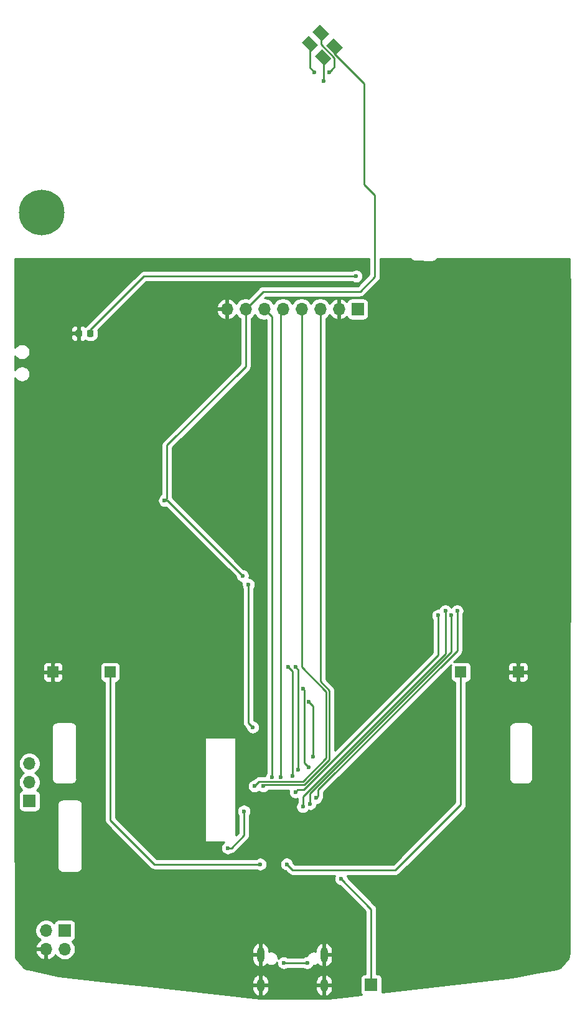
<source format=gbr>
G04 #@! TF.GenerationSoftware,KiCad,Pcbnew,5.1.5*
G04 #@! TF.CreationDate,2020-02-22T18:04:54-06:00*
G04 #@! TF.ProjectId,BSidesIA2020,42536964-6573-4494-9132-3032302e6b69,rev?*
G04 #@! TF.SameCoordinates,Original*
G04 #@! TF.FileFunction,Copper,L1,Top*
G04 #@! TF.FilePolarity,Positive*
%FSLAX46Y46*%
G04 Gerber Fmt 4.6, Leading zero omitted, Abs format (unit mm)*
G04 Created by KiCad (PCBNEW 5.1.5) date 2020-02-22 18:04:54*
%MOMM*%
%LPD*%
G04 APERTURE LIST*
%ADD10C,6.200000*%
%ADD11C,0.100000*%
%ADD12R,1.700000X1.700000*%
%ADD13O,1.700000X1.700000*%
%ADD14O,1.000000X2.100000*%
%ADD15O,1.000000X1.800000*%
%ADD16R,1.500000X1.500000*%
%ADD17C,0.600000*%
%ADD18C,0.250000*%
%ADD19C,0.254000*%
G04 APERTURE END LIST*
D10*
X111700000Y-53050000D03*
G04 #@! TA.AperFunction,SMDPad,CuDef*
D11*
G36*
X151146447Y-32126345D02*
G01*
X150156497Y-33116295D01*
X148883705Y-31843503D01*
X149873655Y-30853553D01*
X151146447Y-32126345D01*
G37*
G04 #@! TD.AperFunction*
G04 #@! TA.AperFunction,SMDPad,CuDef*
G36*
X149307969Y-30287867D02*
G01*
X148318019Y-31277817D01*
X147045227Y-30005025D01*
X148035177Y-29015075D01*
X149307969Y-30287867D01*
G37*
G04 #@! TD.AperFunction*
G04 #@! TA.AperFunction,SMDPad,CuDef*
G36*
X152631371Y-30641421D02*
G01*
X151641421Y-31631371D01*
X150368629Y-30358579D01*
X151358579Y-29368629D01*
X152631371Y-30641421D01*
G37*
G04 #@! TD.AperFunction*
G04 #@! TA.AperFunction,SMDPad,CuDef*
G36*
X150792893Y-28802943D02*
G01*
X149802943Y-29792893D01*
X148530151Y-28520101D01*
X149520101Y-27530151D01*
X150792893Y-28802943D01*
G37*
G04 #@! TD.AperFunction*
G04 #@! TA.AperFunction,SMDPad,CuDef*
G36*
X116952691Y-69026053D02*
G01*
X116973926Y-69029203D01*
X116994750Y-69034419D01*
X117014962Y-69041651D01*
X117034368Y-69050830D01*
X117052781Y-69061866D01*
X117070024Y-69074654D01*
X117085930Y-69089070D01*
X117100346Y-69104976D01*
X117113134Y-69122219D01*
X117124170Y-69140632D01*
X117133349Y-69160038D01*
X117140581Y-69180250D01*
X117145797Y-69201074D01*
X117148947Y-69222309D01*
X117150000Y-69243750D01*
X117150000Y-69756250D01*
X117148947Y-69777691D01*
X117145797Y-69798926D01*
X117140581Y-69819750D01*
X117133349Y-69839962D01*
X117124170Y-69859368D01*
X117113134Y-69877781D01*
X117100346Y-69895024D01*
X117085930Y-69910930D01*
X117070024Y-69925346D01*
X117052781Y-69938134D01*
X117034368Y-69949170D01*
X117014962Y-69958349D01*
X116994750Y-69965581D01*
X116973926Y-69970797D01*
X116952691Y-69973947D01*
X116931250Y-69975000D01*
X116493750Y-69975000D01*
X116472309Y-69973947D01*
X116451074Y-69970797D01*
X116430250Y-69965581D01*
X116410038Y-69958349D01*
X116390632Y-69949170D01*
X116372219Y-69938134D01*
X116354976Y-69925346D01*
X116339070Y-69910930D01*
X116324654Y-69895024D01*
X116311866Y-69877781D01*
X116300830Y-69859368D01*
X116291651Y-69839962D01*
X116284419Y-69819750D01*
X116279203Y-69798926D01*
X116276053Y-69777691D01*
X116275000Y-69756250D01*
X116275000Y-69243750D01*
X116276053Y-69222309D01*
X116279203Y-69201074D01*
X116284419Y-69180250D01*
X116291651Y-69160038D01*
X116300830Y-69140632D01*
X116311866Y-69122219D01*
X116324654Y-69104976D01*
X116339070Y-69089070D01*
X116354976Y-69074654D01*
X116372219Y-69061866D01*
X116390632Y-69050830D01*
X116410038Y-69041651D01*
X116430250Y-69034419D01*
X116451074Y-69029203D01*
X116472309Y-69026053D01*
X116493750Y-69025000D01*
X116931250Y-69025000D01*
X116952691Y-69026053D01*
G37*
G04 #@! TD.AperFunction*
G04 #@! TA.AperFunction,SMDPad,CuDef*
G36*
X118527691Y-69026053D02*
G01*
X118548926Y-69029203D01*
X118569750Y-69034419D01*
X118589962Y-69041651D01*
X118609368Y-69050830D01*
X118627781Y-69061866D01*
X118645024Y-69074654D01*
X118660930Y-69089070D01*
X118675346Y-69104976D01*
X118688134Y-69122219D01*
X118699170Y-69140632D01*
X118708349Y-69160038D01*
X118715581Y-69180250D01*
X118720797Y-69201074D01*
X118723947Y-69222309D01*
X118725000Y-69243750D01*
X118725000Y-69756250D01*
X118723947Y-69777691D01*
X118720797Y-69798926D01*
X118715581Y-69819750D01*
X118708349Y-69839962D01*
X118699170Y-69859368D01*
X118688134Y-69877781D01*
X118675346Y-69895024D01*
X118660930Y-69910930D01*
X118645024Y-69925346D01*
X118627781Y-69938134D01*
X118609368Y-69949170D01*
X118589962Y-69958349D01*
X118569750Y-69965581D01*
X118548926Y-69970797D01*
X118527691Y-69973947D01*
X118506250Y-69975000D01*
X118068750Y-69975000D01*
X118047309Y-69973947D01*
X118026074Y-69970797D01*
X118005250Y-69965581D01*
X117985038Y-69958349D01*
X117965632Y-69949170D01*
X117947219Y-69938134D01*
X117929976Y-69925346D01*
X117914070Y-69910930D01*
X117899654Y-69895024D01*
X117886866Y-69877781D01*
X117875830Y-69859368D01*
X117866651Y-69839962D01*
X117859419Y-69819750D01*
X117854203Y-69798926D01*
X117851053Y-69777691D01*
X117850000Y-69756250D01*
X117850000Y-69243750D01*
X117851053Y-69222309D01*
X117854203Y-69201074D01*
X117859419Y-69180250D01*
X117866651Y-69160038D01*
X117875830Y-69140632D01*
X117886866Y-69122219D01*
X117899654Y-69104976D01*
X117914070Y-69089070D01*
X117929976Y-69074654D01*
X117947219Y-69061866D01*
X117965632Y-69050830D01*
X117985038Y-69041651D01*
X118005250Y-69034419D01*
X118026074Y-69029203D01*
X118047309Y-69026053D01*
X118068750Y-69025000D01*
X118506250Y-69025000D01*
X118527691Y-69026053D01*
G37*
G04 #@! TD.AperFunction*
D12*
X114800000Y-150600000D03*
D13*
X112260000Y-150600000D03*
X114800000Y-153140000D03*
X112260000Y-153140000D03*
D12*
X156500000Y-158000000D03*
X110000000Y-133000000D03*
D13*
X110000000Y-130460000D03*
X110000000Y-127920000D03*
D12*
X154650212Y-66200000D03*
D13*
X152110212Y-66200000D03*
X149570212Y-66200000D03*
X147030212Y-66200000D03*
X144490212Y-66200000D03*
X141950212Y-66200000D03*
X139410212Y-66200000D03*
X136870212Y-66200000D03*
D14*
X150095212Y-153900000D03*
X141455212Y-153900000D03*
D15*
X150095212Y-158050000D03*
X141455212Y-158050000D03*
D16*
X176500001Y-115500000D03*
X168700001Y-115500000D03*
X121000000Y-115500000D03*
X113200000Y-115500000D03*
D17*
X170600000Y-116400000D03*
X152200000Y-116800000D03*
X139600000Y-128200000D03*
X139000000Y-133200000D03*
X136400000Y-123600000D03*
X132000000Y-123400000D03*
X132000000Y-127000000D03*
X132000000Y-131400000D03*
X132000000Y-137000000D03*
X132000000Y-139800000D03*
X135000000Y-139800000D03*
X110400000Y-103400000D03*
X109800000Y-145800000D03*
X136200000Y-157600000D03*
X145400000Y-158000000D03*
X162800000Y-157600000D03*
X181400000Y-145800000D03*
X182000000Y-60600000D03*
X155600000Y-60600000D03*
X138600000Y-60000000D03*
X113400000Y-65800000D03*
X135000000Y-104000000D03*
X138200000Y-105200000D03*
X140800000Y-101400000D03*
X154600000Y-133800000D03*
X151400000Y-137600000D03*
X157000000Y-130200000D03*
X141200000Y-71800000D03*
X152800000Y-76200000D03*
X139000000Y-102400000D03*
X128400000Y-92200000D03*
X144600000Y-155000000D03*
X147800000Y-155000000D03*
X150000000Y-35200000D03*
X148800000Y-34000000D03*
X150800000Y-34000000D03*
X154472294Y-61727706D03*
X152400000Y-143600000D03*
X139200000Y-134400000D03*
X137000000Y-139400000D03*
X141800000Y-131000000D03*
X140600000Y-131000000D03*
X144200000Y-129800000D03*
X143000000Y-129800000D03*
X149000000Y-132600000D03*
X168200000Y-107200000D03*
X147200000Y-133800000D03*
X166600000Y-107200000D03*
X148200000Y-133400000D03*
X167400000Y-107800000D03*
X146200000Y-131800000D03*
X165600000Y-107800000D03*
X145000000Y-141600000D03*
X141400000Y-141600000D03*
X140400000Y-123000000D03*
X139800000Y-103600000D03*
X146200000Y-114800000D03*
X146600000Y-128800000D03*
X145200000Y-114800000D03*
X145800000Y-129600000D03*
X148000000Y-119500000D03*
X148600000Y-127000000D03*
X147200000Y-117800000D03*
X148000000Y-128400000D03*
D18*
X139000000Y-102400000D02*
X128800000Y-92200000D01*
X128800000Y-92200000D02*
X128400000Y-92200000D01*
X128699999Y-91900001D02*
X128699999Y-84700001D01*
X128400000Y-92200000D02*
X128699999Y-91900001D01*
X139410212Y-73989788D02*
X139410212Y-66200000D01*
X128699999Y-84700001D02*
X139410212Y-73989788D01*
X151500000Y-30500000D02*
X151500000Y-31525274D01*
X155545404Y-49274960D02*
X157000000Y-50729556D01*
X155545404Y-35570679D02*
X155545404Y-49274960D01*
X151500000Y-31525274D02*
X155545404Y-35570679D01*
X157000000Y-50729556D02*
X157000000Y-61800000D01*
X157000000Y-61800000D02*
X155000000Y-63800000D01*
X141810212Y-63800000D02*
X139410212Y-66200000D01*
X155000000Y-63800000D02*
X141810212Y-63800000D01*
X144600000Y-155000000D02*
X147800000Y-155000000D01*
X150000000Y-32000000D02*
X150015076Y-31984924D01*
X150000000Y-35200000D02*
X150000000Y-32000000D01*
X148176598Y-33376598D02*
X148800000Y-34000000D01*
X148176598Y-30146446D02*
X148176598Y-33376598D01*
X149661522Y-28661522D02*
X149661522Y-30252496D01*
X151099999Y-33700001D02*
X150800000Y-34000000D01*
X149661522Y-30252496D02*
X151499999Y-32090973D01*
X151499999Y-32090973D02*
X151499999Y-33300001D01*
X151499999Y-33300001D02*
X151099999Y-33700001D01*
X118287500Y-69025000D02*
X125584794Y-61727706D01*
X154048030Y-61727706D02*
X154472294Y-61727706D01*
X125584794Y-61727706D02*
X154048030Y-61727706D01*
X118287500Y-69500000D02*
X118287500Y-69025000D01*
X156500000Y-158000000D02*
X156500000Y-147700000D01*
X156500000Y-147700000D02*
X152400000Y-143600000D01*
X139200000Y-137688926D02*
X137488926Y-139400000D01*
X137424264Y-139400000D02*
X137000000Y-139400000D01*
X137488926Y-139400000D02*
X137424264Y-139400000D01*
X139200000Y-134400000D02*
X139200000Y-137688926D01*
X149570212Y-66200000D02*
X149570212Y-116770212D01*
X149570212Y-116770212D02*
X150800000Y-118000000D01*
X150800000Y-118000000D02*
X150800000Y-127400000D01*
X150800000Y-127400000D02*
X147400000Y-130800000D01*
X147400000Y-130800000D02*
X142000000Y-130800000D01*
X142000000Y-130800000D02*
X141800000Y-131000000D01*
X141200000Y-130400000D02*
X140600000Y-131000000D01*
X147030212Y-114830212D02*
X150400000Y-118200000D01*
X147030212Y-66200000D02*
X147030212Y-114830212D01*
X150400000Y-127200000D02*
X147200000Y-130400000D01*
X150400000Y-118200000D02*
X150400000Y-127200000D01*
X147200000Y-130400000D02*
X141200000Y-130400000D01*
X144200000Y-66490212D02*
X144200000Y-129800000D01*
X144490212Y-66200000D02*
X144200000Y-66490212D01*
X143000000Y-67249788D02*
X143000000Y-129800000D01*
X141950212Y-66200000D02*
X143000000Y-67249788D01*
X168200000Y-112600000D02*
X168200000Y-107200000D01*
X149299999Y-131500001D02*
X168200000Y-112600000D01*
X149000000Y-132600000D02*
X149299999Y-132300001D01*
X149299999Y-132300001D02*
X149299999Y-131500001D01*
X147200000Y-133800000D02*
X147200000Y-132400000D01*
X166600000Y-113000000D02*
X166600000Y-107200000D01*
X147200000Y-132400000D02*
X166600000Y-113000000D01*
X148200000Y-133400000D02*
X148200000Y-132000000D01*
X148200000Y-132000000D02*
X167400000Y-112800000D01*
X167400000Y-112800000D02*
X167400000Y-107800000D01*
X146499999Y-131500001D02*
X147299999Y-131500001D01*
X146200000Y-131800000D02*
X146499999Y-131500001D01*
X147299999Y-131500001D02*
X151200000Y-127600000D01*
X151200000Y-127600000D02*
X155400000Y-123400000D01*
X155400000Y-123400000D02*
X165600000Y-113200000D01*
X165600000Y-113200000D02*
X165600000Y-107800000D01*
X145000000Y-141600000D02*
X145800000Y-142400000D01*
X145800000Y-142400000D02*
X159800000Y-142400000D01*
X168700001Y-133499999D02*
X168700001Y-115500000D01*
X159800000Y-142400000D02*
X168700001Y-133499999D01*
X141400000Y-141600000D02*
X127000000Y-141600000D01*
X121000000Y-135600000D02*
X121000000Y-115500000D01*
X127000000Y-141600000D02*
X121000000Y-135600000D01*
X139800000Y-104024264D02*
X139800000Y-103600000D01*
X139800000Y-122400000D02*
X139800000Y-104024264D01*
X140400000Y-123000000D02*
X139800000Y-122400000D01*
X146200000Y-114800000D02*
X146600000Y-115200000D01*
X146600000Y-115200000D02*
X146600000Y-128800000D01*
X145200000Y-114800000D02*
X145800000Y-115400000D01*
X145800000Y-115400000D02*
X145800000Y-129600000D01*
X148600000Y-120100000D02*
X148600000Y-126575736D01*
X148600000Y-126575736D02*
X148600000Y-127000000D01*
X148000000Y-119500000D02*
X148600000Y-120100000D01*
X147200000Y-117800000D02*
X147400000Y-118000000D01*
X147400000Y-127800000D02*
X148000000Y-128400000D01*
X147400000Y-118000000D02*
X147400000Y-127800000D01*
D19*
G36*
X156240001Y-61485197D02*
G01*
X154685199Y-63040000D01*
X141847545Y-63040000D01*
X141810212Y-63036323D01*
X141772879Y-63040000D01*
X141661226Y-63050997D01*
X141517965Y-63094454D01*
X141385936Y-63165026D01*
X141270211Y-63259999D01*
X141246413Y-63288997D01*
X139776620Y-64758791D01*
X139556472Y-64715000D01*
X139263952Y-64715000D01*
X138977054Y-64772068D01*
X138706801Y-64884010D01*
X138463580Y-65046525D01*
X138256737Y-65253368D01*
X138135017Y-65435534D01*
X138065390Y-65318645D01*
X137870481Y-65102412D01*
X137637132Y-64928359D01*
X137374311Y-64803175D01*
X137227102Y-64758524D01*
X136997212Y-64879845D01*
X136997212Y-66073000D01*
X137017212Y-66073000D01*
X137017212Y-66327000D01*
X136997212Y-66327000D01*
X136997212Y-67520155D01*
X137227102Y-67641476D01*
X137374311Y-67596825D01*
X137637132Y-67471641D01*
X137870481Y-67297588D01*
X138065390Y-67081355D01*
X138135017Y-66964466D01*
X138256737Y-67146632D01*
X138463580Y-67353475D01*
X138650213Y-67478179D01*
X138650212Y-73674985D01*
X128188997Y-84136202D01*
X128159999Y-84160000D01*
X128136201Y-84188998D01*
X128136200Y-84188999D01*
X128065025Y-84275725D01*
X127994453Y-84407755D01*
X127950997Y-84551016D01*
X127936323Y-84700001D01*
X127940000Y-84737333D01*
X127939999Y-91382848D01*
X127803972Y-91473738D01*
X127673738Y-91603972D01*
X127571414Y-91757111D01*
X127500932Y-91927271D01*
X127465000Y-92107911D01*
X127465000Y-92292089D01*
X127500932Y-92472729D01*
X127571414Y-92642889D01*
X127673738Y-92796028D01*
X127803972Y-92926262D01*
X127957111Y-93028586D01*
X128127271Y-93099068D01*
X128307911Y-93135000D01*
X128492089Y-93135000D01*
X128632307Y-93107108D01*
X138076847Y-102551649D01*
X138100932Y-102672729D01*
X138171414Y-102842889D01*
X138273738Y-102996028D01*
X138403972Y-103126262D01*
X138557111Y-103228586D01*
X138727271Y-103299068D01*
X138899719Y-103333370D01*
X138865000Y-103507911D01*
X138865000Y-103692089D01*
X138900932Y-103872729D01*
X138971414Y-104042889D01*
X139040001Y-104145537D01*
X139040000Y-122362678D01*
X139036324Y-122400000D01*
X139040000Y-122437322D01*
X139040000Y-122437332D01*
X139050997Y-122548985D01*
X139067576Y-122603638D01*
X139094454Y-122692246D01*
X139165026Y-122824276D01*
X139195014Y-122860816D01*
X139259999Y-122940001D01*
X139289002Y-122963803D01*
X139476847Y-123151649D01*
X139500932Y-123272729D01*
X139571414Y-123442889D01*
X139673738Y-123596028D01*
X139803972Y-123726262D01*
X139957111Y-123828586D01*
X140127271Y-123899068D01*
X140307911Y-123935000D01*
X140492089Y-123935000D01*
X140672729Y-123899068D01*
X140842889Y-123828586D01*
X140996028Y-123726262D01*
X141126262Y-123596028D01*
X141228586Y-123442889D01*
X141299068Y-123272729D01*
X141335000Y-123092089D01*
X141335000Y-122907911D01*
X141299068Y-122727271D01*
X141228586Y-122557111D01*
X141126262Y-122403972D01*
X140996028Y-122273738D01*
X140842889Y-122171414D01*
X140672729Y-122100932D01*
X140560000Y-122078509D01*
X140560000Y-104145535D01*
X140628586Y-104042889D01*
X140699068Y-103872729D01*
X140735000Y-103692089D01*
X140735000Y-103507911D01*
X140699068Y-103327271D01*
X140628586Y-103157111D01*
X140526262Y-103003972D01*
X140396028Y-102873738D01*
X140242889Y-102771414D01*
X140072729Y-102700932D01*
X139900281Y-102666630D01*
X139935000Y-102492089D01*
X139935000Y-102307911D01*
X139899068Y-102127271D01*
X139828586Y-101957111D01*
X139726262Y-101803972D01*
X139596028Y-101673738D01*
X139442889Y-101571414D01*
X139272729Y-101500932D01*
X139151649Y-101476847D01*
X129459999Y-91785198D01*
X129459999Y-85014802D01*
X139921221Y-74553581D01*
X139950213Y-74529789D01*
X139974007Y-74500796D01*
X139974011Y-74500792D01*
X140045185Y-74414065D01*
X140045186Y-74414064D01*
X140115758Y-74282035D01*
X140159215Y-74138774D01*
X140170212Y-74027121D01*
X140170212Y-74027112D01*
X140173888Y-73989789D01*
X140170212Y-73952466D01*
X140170212Y-67478178D01*
X140356844Y-67353475D01*
X140563687Y-67146632D01*
X140680212Y-66972240D01*
X140796737Y-67146632D01*
X141003580Y-67353475D01*
X141246801Y-67515990D01*
X141517054Y-67627932D01*
X141803952Y-67685000D01*
X142096472Y-67685000D01*
X142240000Y-67656450D01*
X142240001Y-129254463D01*
X142171414Y-129357111D01*
X142100932Y-129527271D01*
X142078509Y-129640000D01*
X141237322Y-129640000D01*
X141199999Y-129636324D01*
X141162676Y-129640000D01*
X141162667Y-129640000D01*
X141051014Y-129650997D01*
X140907753Y-129694454D01*
X140775723Y-129765026D01*
X140692083Y-129833668D01*
X140659999Y-129859999D01*
X140636200Y-129888998D01*
X140448351Y-130076847D01*
X140327271Y-130100932D01*
X140157111Y-130171414D01*
X140003972Y-130273738D01*
X139873738Y-130403972D01*
X139771414Y-130557111D01*
X139700932Y-130727271D01*
X139665000Y-130907911D01*
X139665000Y-131092089D01*
X139700932Y-131272729D01*
X139771414Y-131442889D01*
X139873738Y-131596028D01*
X140003972Y-131726262D01*
X140157111Y-131828586D01*
X140327271Y-131899068D01*
X140507911Y-131935000D01*
X140692089Y-131935000D01*
X140872729Y-131899068D01*
X141042889Y-131828586D01*
X141196028Y-131726262D01*
X141200000Y-131722290D01*
X141203972Y-131726262D01*
X141357111Y-131828586D01*
X141527271Y-131899068D01*
X141707911Y-131935000D01*
X141892089Y-131935000D01*
X142072729Y-131899068D01*
X142242889Y-131828586D01*
X142396028Y-131726262D01*
X142526262Y-131596028D01*
X142550335Y-131560000D01*
X145294422Y-131560000D01*
X145265000Y-131707911D01*
X145265000Y-131892089D01*
X145300932Y-132072729D01*
X145371414Y-132242889D01*
X145473738Y-132396028D01*
X145603972Y-132526262D01*
X145757111Y-132628586D01*
X145927271Y-132699068D01*
X146107911Y-132735000D01*
X146292089Y-132735000D01*
X146440001Y-132705578D01*
X146440000Y-133254464D01*
X146371414Y-133357111D01*
X146300932Y-133527271D01*
X146265000Y-133707911D01*
X146265000Y-133892089D01*
X146300932Y-134072729D01*
X146371414Y-134242889D01*
X146473738Y-134396028D01*
X146603972Y-134526262D01*
X146757111Y-134628586D01*
X146927271Y-134699068D01*
X147107911Y-134735000D01*
X147292089Y-134735000D01*
X147472729Y-134699068D01*
X147642889Y-134628586D01*
X147796028Y-134526262D01*
X147926262Y-134396028D01*
X147983566Y-134310266D01*
X148107911Y-134335000D01*
X148292089Y-134335000D01*
X148472729Y-134299068D01*
X148642889Y-134228586D01*
X148796028Y-134126262D01*
X148926262Y-133996028D01*
X149028586Y-133842889D01*
X149099068Y-133672729D01*
X149127881Y-133527881D01*
X149272729Y-133499068D01*
X149442889Y-133428586D01*
X149596028Y-133326262D01*
X149726262Y-133196028D01*
X149828586Y-133042889D01*
X149899068Y-132872729D01*
X149926558Y-132734531D01*
X149934973Y-132724277D01*
X150005545Y-132592248D01*
X150049002Y-132448987D01*
X150059999Y-132337334D01*
X150059999Y-132337326D01*
X150063675Y-132300001D01*
X150059999Y-132262676D01*
X150059999Y-131814802D01*
X167356805Y-114517997D01*
X167324189Y-114625518D01*
X167311929Y-114750000D01*
X167311929Y-116250000D01*
X167324189Y-116374482D01*
X167360499Y-116494180D01*
X167419464Y-116604494D01*
X167498816Y-116701185D01*
X167595507Y-116780537D01*
X167705821Y-116839502D01*
X167825519Y-116875812D01*
X167940002Y-116887087D01*
X167940001Y-133185197D01*
X159485199Y-141640000D01*
X146114802Y-141640000D01*
X145923153Y-141448351D01*
X145899068Y-141327271D01*
X145828586Y-141157111D01*
X145726262Y-141003972D01*
X145596028Y-140873738D01*
X145442889Y-140771414D01*
X145272729Y-140700932D01*
X145092089Y-140665000D01*
X144907911Y-140665000D01*
X144727271Y-140700932D01*
X144557111Y-140771414D01*
X144403972Y-140873738D01*
X144273738Y-141003972D01*
X144171414Y-141157111D01*
X144100932Y-141327271D01*
X144065000Y-141507911D01*
X144065000Y-141692089D01*
X144100932Y-141872729D01*
X144171414Y-142042889D01*
X144273738Y-142196028D01*
X144403972Y-142326262D01*
X144557111Y-142428586D01*
X144727271Y-142499068D01*
X144848351Y-142523153D01*
X145236201Y-142911002D01*
X145259999Y-142940001D01*
X145375724Y-143034974D01*
X145507753Y-143105546D01*
X145651014Y-143149003D01*
X145762667Y-143160000D01*
X145762677Y-143160000D01*
X145800000Y-143163676D01*
X145837323Y-143160000D01*
X151570217Y-143160000D01*
X151500932Y-143327271D01*
X151465000Y-143507911D01*
X151465000Y-143692089D01*
X151500932Y-143872729D01*
X151571414Y-144042889D01*
X151673738Y-144196028D01*
X151803972Y-144326262D01*
X151957111Y-144428586D01*
X152127271Y-144499068D01*
X152248352Y-144523153D01*
X155740001Y-148014803D01*
X155740000Y-156511928D01*
X155650000Y-156511928D01*
X155525518Y-156524188D01*
X155405820Y-156560498D01*
X155295506Y-156619463D01*
X155198815Y-156698815D01*
X155119463Y-156795506D01*
X155060498Y-156905820D01*
X155024188Y-157025518D01*
X155011928Y-157150000D01*
X155011928Y-158850000D01*
X155024188Y-158974482D01*
X155060498Y-159094180D01*
X155119463Y-159204494D01*
X155198815Y-159301185D01*
X155200429Y-159302509D01*
X150726223Y-159812229D01*
X149014756Y-159873000D01*
X141407166Y-159873000D01*
X126425832Y-158177000D01*
X140320212Y-158177000D01*
X140320212Y-158577000D01*
X140366797Y-158795987D01*
X140455209Y-159001678D01*
X140582051Y-159186169D01*
X140742448Y-159342369D01*
X140930236Y-159464276D01*
X141153338Y-159544119D01*
X141328212Y-159417954D01*
X141328212Y-158177000D01*
X141582212Y-158177000D01*
X141582212Y-159417954D01*
X141757086Y-159544119D01*
X141980188Y-159464276D01*
X142167976Y-159342369D01*
X142328373Y-159186169D01*
X142455215Y-159001678D01*
X142543627Y-158795987D01*
X142590212Y-158577000D01*
X142590212Y-158177000D01*
X148960212Y-158177000D01*
X148960212Y-158577000D01*
X149006797Y-158795987D01*
X149095209Y-159001678D01*
X149222051Y-159186169D01*
X149382448Y-159342369D01*
X149570236Y-159464276D01*
X149793338Y-159544119D01*
X149968212Y-159417954D01*
X149968212Y-158177000D01*
X150222212Y-158177000D01*
X150222212Y-159417954D01*
X150397086Y-159544119D01*
X150620188Y-159464276D01*
X150807976Y-159342369D01*
X150968373Y-159186169D01*
X151095215Y-159001678D01*
X151183627Y-158795987D01*
X151230212Y-158577000D01*
X151230212Y-158177000D01*
X150222212Y-158177000D01*
X149968212Y-158177000D01*
X148960212Y-158177000D01*
X142590212Y-158177000D01*
X141582212Y-158177000D01*
X141328212Y-158177000D01*
X140320212Y-158177000D01*
X126425832Y-158177000D01*
X120648831Y-157523000D01*
X140320212Y-157523000D01*
X140320212Y-157923000D01*
X141328212Y-157923000D01*
X141328212Y-156682046D01*
X141582212Y-156682046D01*
X141582212Y-157923000D01*
X142590212Y-157923000D01*
X142590212Y-157523000D01*
X148960212Y-157523000D01*
X148960212Y-157923000D01*
X149968212Y-157923000D01*
X149968212Y-156682046D01*
X150222212Y-156682046D01*
X150222212Y-157923000D01*
X151230212Y-157923000D01*
X151230212Y-157523000D01*
X151183627Y-157304013D01*
X151095215Y-157098322D01*
X150968373Y-156913831D01*
X150807976Y-156757631D01*
X150620188Y-156635724D01*
X150397086Y-156555881D01*
X150222212Y-156682046D01*
X149968212Y-156682046D01*
X149793338Y-156555881D01*
X149570236Y-156635724D01*
X149382448Y-156757631D01*
X149222051Y-156913831D01*
X149095209Y-157098322D01*
X149006797Y-157304013D01*
X148960212Y-157523000D01*
X142590212Y-157523000D01*
X142543627Y-157304013D01*
X142455215Y-157098322D01*
X142328373Y-156913831D01*
X142167976Y-156757631D01*
X141980188Y-156635724D01*
X141757086Y-156555881D01*
X141582212Y-156682046D01*
X141328212Y-156682046D01*
X141153338Y-156555881D01*
X140930236Y-156635724D01*
X140742448Y-156757631D01*
X140582051Y-156913831D01*
X140455209Y-157098322D01*
X140366797Y-157304013D01*
X140320212Y-157523000D01*
X120648831Y-157523000D01*
X113960857Y-156765871D01*
X112070229Y-156373955D01*
X109872725Y-155891599D01*
X109669465Y-155832899D01*
X109481768Y-155761328D01*
X109304085Y-155675998D01*
X109136722Y-155577648D01*
X109116855Y-155563617D01*
X108216179Y-154392737D01*
X108164300Y-154215979D01*
X108124828Y-154022709D01*
X108101230Y-153822892D01*
X108093654Y-153599812D01*
X108093582Y-153496890D01*
X110818524Y-153496890D01*
X110863175Y-153644099D01*
X110988359Y-153906920D01*
X111162412Y-154140269D01*
X111378645Y-154335178D01*
X111628748Y-154484157D01*
X111903109Y-154581481D01*
X112133000Y-154460814D01*
X112133000Y-153267000D01*
X110939845Y-153267000D01*
X110818524Y-153496890D01*
X108093582Y-153496890D01*
X108091440Y-150453740D01*
X110775000Y-150453740D01*
X110775000Y-150746260D01*
X110832068Y-151033158D01*
X110944010Y-151303411D01*
X111106525Y-151546632D01*
X111313368Y-151753475D01*
X111495534Y-151875195D01*
X111378645Y-151944822D01*
X111162412Y-152139731D01*
X110988359Y-152373080D01*
X110863175Y-152635901D01*
X110818524Y-152783110D01*
X110939845Y-153013000D01*
X112133000Y-153013000D01*
X112133000Y-152993000D01*
X112387000Y-152993000D01*
X112387000Y-153013000D01*
X112407000Y-153013000D01*
X112407000Y-153267000D01*
X112387000Y-153267000D01*
X112387000Y-154460814D01*
X112616891Y-154581481D01*
X112891252Y-154484157D01*
X113141355Y-154335178D01*
X113357588Y-154140269D01*
X113528900Y-153910594D01*
X113646525Y-154086632D01*
X113853368Y-154293475D01*
X114096589Y-154455990D01*
X114366842Y-154567932D01*
X114653740Y-154625000D01*
X114946260Y-154625000D01*
X115233158Y-154567932D01*
X115503411Y-154455990D01*
X115746632Y-154293475D01*
X115953475Y-154086632D01*
X115993319Y-154027000D01*
X140320212Y-154027000D01*
X140320212Y-154577000D01*
X140366797Y-154795987D01*
X140455209Y-155001678D01*
X140582051Y-155186169D01*
X140742448Y-155342369D01*
X140930236Y-155464276D01*
X141153338Y-155544119D01*
X141328212Y-155417954D01*
X141328212Y-154027000D01*
X140320212Y-154027000D01*
X115993319Y-154027000D01*
X116115990Y-153843411D01*
X116227932Y-153573158D01*
X116285000Y-153286260D01*
X116285000Y-153223000D01*
X140320212Y-153223000D01*
X140320212Y-153773000D01*
X141328212Y-153773000D01*
X141328212Y-152382046D01*
X141582212Y-152382046D01*
X141582212Y-153773000D01*
X141602212Y-153773000D01*
X141602212Y-154027000D01*
X141582212Y-154027000D01*
X141582212Y-155417954D01*
X141757086Y-155544119D01*
X141980188Y-155464276D01*
X142167976Y-155342369D01*
X142328373Y-155186169D01*
X142330095Y-155183665D01*
X142430481Y-155250741D01*
X142605190Y-155323108D01*
X142790660Y-155360000D01*
X142979764Y-155360000D01*
X143165234Y-155323108D01*
X143339943Y-155250741D01*
X143497176Y-155145681D01*
X143630893Y-155011964D01*
X143665000Y-154960919D01*
X143665000Y-155092089D01*
X143700932Y-155272729D01*
X143771414Y-155442889D01*
X143873738Y-155596028D01*
X144003972Y-155726262D01*
X144157111Y-155828586D01*
X144327271Y-155899068D01*
X144507911Y-155935000D01*
X144692089Y-155935000D01*
X144872729Y-155899068D01*
X145042889Y-155828586D01*
X145145535Y-155760000D01*
X147254465Y-155760000D01*
X147357111Y-155828586D01*
X147527271Y-155899068D01*
X147707911Y-155935000D01*
X147892089Y-155935000D01*
X148072729Y-155899068D01*
X148242889Y-155828586D01*
X148396028Y-155726262D01*
X148526262Y-155596028D01*
X148628586Y-155442889D01*
X148662919Y-155360000D01*
X148759764Y-155360000D01*
X148945234Y-155323108D01*
X149119943Y-155250741D01*
X149220329Y-155183665D01*
X149222051Y-155186169D01*
X149382448Y-155342369D01*
X149570236Y-155464276D01*
X149793338Y-155544119D01*
X149968212Y-155417954D01*
X149968212Y-154027000D01*
X150222212Y-154027000D01*
X150222212Y-155417954D01*
X150397086Y-155544119D01*
X150620188Y-155464276D01*
X150807976Y-155342369D01*
X150968373Y-155186169D01*
X151095215Y-155001678D01*
X151183627Y-154795987D01*
X151230212Y-154577000D01*
X151230212Y-154027000D01*
X150222212Y-154027000D01*
X149968212Y-154027000D01*
X149948212Y-154027000D01*
X149948212Y-153773000D01*
X149968212Y-153773000D01*
X149968212Y-152382046D01*
X150222212Y-152382046D01*
X150222212Y-153773000D01*
X151230212Y-153773000D01*
X151230212Y-153223000D01*
X151183627Y-153004013D01*
X151095215Y-152798322D01*
X150968373Y-152613831D01*
X150807976Y-152457631D01*
X150620188Y-152335724D01*
X150397086Y-152255881D01*
X150222212Y-152382046D01*
X149968212Y-152382046D01*
X149793338Y-152255881D01*
X149570236Y-152335724D01*
X149382448Y-152457631D01*
X149222051Y-152613831D01*
X149095209Y-152798322D01*
X149006797Y-153004013D01*
X148960212Y-153223000D01*
X148960212Y-153483096D01*
X148945234Y-153476892D01*
X148759764Y-153440000D01*
X148570660Y-153440000D01*
X148385190Y-153476892D01*
X148210481Y-153549259D01*
X148053248Y-153654319D01*
X147919531Y-153788036D01*
X147814471Y-153945269D01*
X147764877Y-154065000D01*
X147707911Y-154065000D01*
X147527271Y-154100932D01*
X147357111Y-154171414D01*
X147254465Y-154240000D01*
X145145535Y-154240000D01*
X145042889Y-154171414D01*
X144872729Y-154100932D01*
X144692089Y-154065000D01*
X144507911Y-154065000D01*
X144327271Y-154100932D01*
X144157111Y-154171414D01*
X144003972Y-154273738D01*
X143873738Y-154403972D01*
X143845212Y-154446664D01*
X143845212Y-154305448D01*
X143808320Y-154119978D01*
X143735953Y-153945269D01*
X143630893Y-153788036D01*
X143497176Y-153654319D01*
X143339943Y-153549259D01*
X143165234Y-153476892D01*
X142979764Y-153440000D01*
X142790660Y-153440000D01*
X142605190Y-153476892D01*
X142590212Y-153483096D01*
X142590212Y-153223000D01*
X142543627Y-153004013D01*
X142455215Y-152798322D01*
X142328373Y-152613831D01*
X142167976Y-152457631D01*
X141980188Y-152335724D01*
X141757086Y-152255881D01*
X141582212Y-152382046D01*
X141328212Y-152382046D01*
X141153338Y-152255881D01*
X140930236Y-152335724D01*
X140742448Y-152457631D01*
X140582051Y-152613831D01*
X140455209Y-152798322D01*
X140366797Y-153004013D01*
X140320212Y-153223000D01*
X116285000Y-153223000D01*
X116285000Y-152993740D01*
X116227932Y-152706842D01*
X116115990Y-152436589D01*
X115953475Y-152193368D01*
X115821620Y-152061513D01*
X115894180Y-152039502D01*
X116004494Y-151980537D01*
X116101185Y-151901185D01*
X116180537Y-151804494D01*
X116239502Y-151694180D01*
X116275812Y-151574482D01*
X116288072Y-151450000D01*
X116288072Y-149750000D01*
X116275812Y-149625518D01*
X116239502Y-149505820D01*
X116180537Y-149395506D01*
X116101185Y-149298815D01*
X116004494Y-149219463D01*
X115894180Y-149160498D01*
X115774482Y-149124188D01*
X115650000Y-149111928D01*
X113950000Y-149111928D01*
X113825518Y-149124188D01*
X113705820Y-149160498D01*
X113595506Y-149219463D01*
X113498815Y-149298815D01*
X113419463Y-149395506D01*
X113360498Y-149505820D01*
X113338487Y-149578380D01*
X113206632Y-149446525D01*
X112963411Y-149284010D01*
X112693158Y-149172068D01*
X112406260Y-149115000D01*
X112113740Y-149115000D01*
X111826842Y-149172068D01*
X111556589Y-149284010D01*
X111313368Y-149446525D01*
X111106525Y-149653368D01*
X110944010Y-149896589D01*
X110832068Y-150166842D01*
X110775000Y-150453740D01*
X108091440Y-150453740D01*
X108078554Y-132150000D01*
X108511928Y-132150000D01*
X108511928Y-133850000D01*
X108524188Y-133974482D01*
X108560498Y-134094180D01*
X108619463Y-134204494D01*
X108698815Y-134301185D01*
X108795506Y-134380537D01*
X108905820Y-134439502D01*
X109025518Y-134475812D01*
X109150000Y-134488072D01*
X110850000Y-134488072D01*
X110974482Y-134475812D01*
X111094180Y-134439502D01*
X111204494Y-134380537D01*
X111301185Y-134301185D01*
X111380537Y-134204494D01*
X111439502Y-134094180D01*
X111475812Y-133974482D01*
X111488072Y-133850000D01*
X111488072Y-133500000D01*
X113786565Y-133500000D01*
X113790000Y-133534877D01*
X113790001Y-141965113D01*
X113786565Y-142000000D01*
X113800273Y-142139184D01*
X113840872Y-142273020D01*
X113906800Y-142396363D01*
X113995525Y-142504475D01*
X114103637Y-142593200D01*
X114226980Y-142659128D01*
X114360816Y-142699727D01*
X114465123Y-142710000D01*
X114500000Y-142713435D01*
X114534877Y-142710000D01*
X116465123Y-142710000D01*
X116500000Y-142713435D01*
X116534877Y-142710000D01*
X116639184Y-142699727D01*
X116773020Y-142659128D01*
X116896363Y-142593200D01*
X117004475Y-142504475D01*
X117093200Y-142396363D01*
X117159128Y-142273020D01*
X117199727Y-142139184D01*
X117213435Y-142000000D01*
X117210000Y-141965123D01*
X117210000Y-133534877D01*
X117213435Y-133500000D01*
X117199727Y-133360816D01*
X117159128Y-133226980D01*
X117093200Y-133103637D01*
X117004475Y-132995525D01*
X116896363Y-132906800D01*
X116773020Y-132840872D01*
X116639184Y-132800273D01*
X116534877Y-132790000D01*
X116500000Y-132786565D01*
X116465123Y-132790000D01*
X114534877Y-132790000D01*
X114500000Y-132786565D01*
X114465123Y-132790000D01*
X114360816Y-132800273D01*
X114226980Y-132840872D01*
X114103637Y-132906800D01*
X113995525Y-132995525D01*
X113906800Y-133103637D01*
X113840872Y-133226980D01*
X113800273Y-133360816D01*
X113786565Y-133500000D01*
X111488072Y-133500000D01*
X111488072Y-132150000D01*
X111475812Y-132025518D01*
X111439502Y-131905820D01*
X111380537Y-131795506D01*
X111301185Y-131698815D01*
X111204494Y-131619463D01*
X111094180Y-131560498D01*
X111021620Y-131538487D01*
X111153475Y-131406632D01*
X111315990Y-131163411D01*
X111427932Y-130893158D01*
X111485000Y-130606260D01*
X111485000Y-130313740D01*
X111427932Y-130026842D01*
X111315990Y-129756589D01*
X111153475Y-129513368D01*
X110946632Y-129306525D01*
X110772240Y-129190000D01*
X110946632Y-129073475D01*
X111153475Y-128866632D01*
X111315990Y-128623411D01*
X111427932Y-128353158D01*
X111485000Y-128066260D01*
X111485000Y-127773740D01*
X111427932Y-127486842D01*
X111315990Y-127216589D01*
X111153475Y-126973368D01*
X110946632Y-126766525D01*
X110703411Y-126604010D01*
X110433158Y-126492068D01*
X110146260Y-126435000D01*
X109853740Y-126435000D01*
X109566842Y-126492068D01*
X109296589Y-126604010D01*
X109053368Y-126766525D01*
X108846525Y-126973368D01*
X108684010Y-127216589D01*
X108572068Y-127486842D01*
X108515000Y-127773740D01*
X108515000Y-128066260D01*
X108572068Y-128353158D01*
X108684010Y-128623411D01*
X108846525Y-128866632D01*
X109053368Y-129073475D01*
X109227760Y-129190000D01*
X109053368Y-129306525D01*
X108846525Y-129513368D01*
X108684010Y-129756589D01*
X108572068Y-130026842D01*
X108515000Y-130313740D01*
X108515000Y-130606260D01*
X108572068Y-130893158D01*
X108684010Y-131163411D01*
X108846525Y-131406632D01*
X108978380Y-131538487D01*
X108905820Y-131560498D01*
X108795506Y-131619463D01*
X108698815Y-131698815D01*
X108619463Y-131795506D01*
X108560498Y-131905820D01*
X108524188Y-132025518D01*
X108511928Y-132150000D01*
X108078554Y-132150000D01*
X108072113Y-123000000D01*
X113036565Y-123000000D01*
X113040000Y-123034877D01*
X113040001Y-129965113D01*
X113036565Y-130000000D01*
X113050273Y-130139184D01*
X113090872Y-130273020D01*
X113156800Y-130396363D01*
X113245525Y-130504475D01*
X113353637Y-130593200D01*
X113476980Y-130659128D01*
X113610816Y-130699727D01*
X113715123Y-130710000D01*
X113750000Y-130713435D01*
X113784877Y-130710000D01*
X115715123Y-130710000D01*
X115750000Y-130713435D01*
X115784877Y-130710000D01*
X115889184Y-130699727D01*
X116023020Y-130659128D01*
X116146363Y-130593200D01*
X116254475Y-130504475D01*
X116343200Y-130396363D01*
X116409128Y-130273020D01*
X116449727Y-130139184D01*
X116463435Y-130000000D01*
X116460000Y-129965123D01*
X116460000Y-123034877D01*
X116463435Y-123000000D01*
X116449727Y-122860816D01*
X116409128Y-122726980D01*
X116343200Y-122603637D01*
X116254475Y-122495525D01*
X116146363Y-122406800D01*
X116023020Y-122340872D01*
X115889184Y-122300273D01*
X115784877Y-122290000D01*
X115750000Y-122286565D01*
X115715123Y-122290000D01*
X113784877Y-122290000D01*
X113750000Y-122286565D01*
X113715123Y-122290000D01*
X113610816Y-122300273D01*
X113476980Y-122340872D01*
X113353637Y-122406800D01*
X113245525Y-122495525D01*
X113156800Y-122603637D01*
X113090872Y-122726980D01*
X113050273Y-122860816D01*
X113036565Y-123000000D01*
X108072113Y-123000000D01*
X108067361Y-116250000D01*
X111811928Y-116250000D01*
X111824188Y-116374482D01*
X111860498Y-116494180D01*
X111919463Y-116604494D01*
X111998815Y-116701185D01*
X112095506Y-116780537D01*
X112205820Y-116839502D01*
X112325518Y-116875812D01*
X112450000Y-116888072D01*
X112914250Y-116885000D01*
X113073000Y-116726250D01*
X113073000Y-115627000D01*
X113327000Y-115627000D01*
X113327000Y-116726250D01*
X113485750Y-116885000D01*
X113950000Y-116888072D01*
X114074482Y-116875812D01*
X114194180Y-116839502D01*
X114304494Y-116780537D01*
X114401185Y-116701185D01*
X114480537Y-116604494D01*
X114539502Y-116494180D01*
X114575812Y-116374482D01*
X114588072Y-116250000D01*
X114585000Y-115785750D01*
X114426250Y-115627000D01*
X113327000Y-115627000D01*
X113073000Y-115627000D01*
X111973750Y-115627000D01*
X111815000Y-115785750D01*
X111811928Y-116250000D01*
X108067361Y-116250000D01*
X108066305Y-114750000D01*
X111811928Y-114750000D01*
X111815000Y-115214250D01*
X111973750Y-115373000D01*
X113073000Y-115373000D01*
X113073000Y-114273750D01*
X113327000Y-114273750D01*
X113327000Y-115373000D01*
X114426250Y-115373000D01*
X114585000Y-115214250D01*
X114588072Y-114750000D01*
X119611928Y-114750000D01*
X119611928Y-116250000D01*
X119624188Y-116374482D01*
X119660498Y-116494180D01*
X119719463Y-116604494D01*
X119798815Y-116701185D01*
X119895506Y-116780537D01*
X120005820Y-116839502D01*
X120125518Y-116875812D01*
X120240001Y-116887087D01*
X120240000Y-135562678D01*
X120236324Y-135600000D01*
X120240000Y-135637322D01*
X120240000Y-135637332D01*
X120250997Y-135748985D01*
X120294454Y-135892246D01*
X120365026Y-136024276D01*
X120404871Y-136072826D01*
X120459999Y-136140001D01*
X120489003Y-136163804D01*
X126436205Y-142111008D01*
X126459999Y-142140001D01*
X126488992Y-142163795D01*
X126488996Y-142163799D01*
X126528268Y-142196028D01*
X126575724Y-142234974D01*
X126707753Y-142305546D01*
X126851014Y-142349003D01*
X126962667Y-142360000D01*
X126962676Y-142360000D01*
X126999999Y-142363676D01*
X127037322Y-142360000D01*
X140854465Y-142360000D01*
X140957111Y-142428586D01*
X141127271Y-142499068D01*
X141307911Y-142535000D01*
X141492089Y-142535000D01*
X141672729Y-142499068D01*
X141842889Y-142428586D01*
X141996028Y-142326262D01*
X142126262Y-142196028D01*
X142228586Y-142042889D01*
X142299068Y-141872729D01*
X142335000Y-141692089D01*
X142335000Y-141507911D01*
X142299068Y-141327271D01*
X142228586Y-141157111D01*
X142126262Y-141003972D01*
X141996028Y-140873738D01*
X141842889Y-140771414D01*
X141672729Y-140700932D01*
X141492089Y-140665000D01*
X141307911Y-140665000D01*
X141127271Y-140700932D01*
X140957111Y-140771414D01*
X140854465Y-140840000D01*
X127314803Y-140840000D01*
X121760000Y-135285199D01*
X121760000Y-124500000D01*
X133873000Y-124500000D01*
X133873000Y-138500000D01*
X133875440Y-138524776D01*
X133882667Y-138548601D01*
X133894403Y-138570557D01*
X133910197Y-138589803D01*
X133929443Y-138605597D01*
X133951399Y-138617333D01*
X133975224Y-138624560D01*
X134000000Y-138627000D01*
X136473921Y-138627000D01*
X136403972Y-138673738D01*
X136273738Y-138803972D01*
X136171414Y-138957111D01*
X136100932Y-139127271D01*
X136065000Y-139307911D01*
X136065000Y-139492089D01*
X136100932Y-139672729D01*
X136171414Y-139842889D01*
X136273738Y-139996028D01*
X136403972Y-140126262D01*
X136557111Y-140228586D01*
X136727271Y-140299068D01*
X136907911Y-140335000D01*
X137092089Y-140335000D01*
X137272729Y-140299068D01*
X137442889Y-140228586D01*
X137548868Y-140157773D01*
X137637912Y-140149003D01*
X137781173Y-140105546D01*
X137913202Y-140034974D01*
X138028927Y-139940001D01*
X138052730Y-139910997D01*
X139711003Y-138252725D01*
X139740001Y-138228927D01*
X139766332Y-138196843D01*
X139834974Y-138113203D01*
X139905546Y-137981173D01*
X139949003Y-137837912D01*
X139960000Y-137726259D01*
X139960000Y-137726250D01*
X139963676Y-137688927D01*
X139960000Y-137651604D01*
X139960000Y-134945535D01*
X140028586Y-134842889D01*
X140099068Y-134672729D01*
X140135000Y-134492089D01*
X140135000Y-134307911D01*
X140099068Y-134127271D01*
X140028586Y-133957111D01*
X139926262Y-133803972D01*
X139796028Y-133673738D01*
X139642889Y-133571414D01*
X139472729Y-133500932D01*
X139292089Y-133465000D01*
X139107911Y-133465000D01*
X138927271Y-133500932D01*
X138757111Y-133571414D01*
X138603972Y-133673738D01*
X138473738Y-133803972D01*
X138371414Y-133957111D01*
X138300932Y-134127271D01*
X138265000Y-134307911D01*
X138265000Y-134492089D01*
X138300932Y-134672729D01*
X138371414Y-134842889D01*
X138440000Y-134945536D01*
X138440001Y-137374123D01*
X138127000Y-137687124D01*
X138127000Y-124500000D01*
X138124560Y-124475224D01*
X138117333Y-124451399D01*
X138105597Y-124429443D01*
X138089803Y-124410197D01*
X138070557Y-124394403D01*
X138048601Y-124382667D01*
X138024776Y-124375440D01*
X138000000Y-124373000D01*
X134000000Y-124373000D01*
X133975224Y-124375440D01*
X133951399Y-124382667D01*
X133929443Y-124394403D01*
X133910197Y-124410197D01*
X133894403Y-124429443D01*
X133882667Y-124451399D01*
X133875440Y-124475224D01*
X133873000Y-124500000D01*
X121760000Y-124500000D01*
X121760000Y-116887087D01*
X121874482Y-116875812D01*
X121994180Y-116839502D01*
X122104494Y-116780537D01*
X122201185Y-116701185D01*
X122280537Y-116604494D01*
X122339502Y-116494180D01*
X122375812Y-116374482D01*
X122388072Y-116250000D01*
X122388072Y-114750000D01*
X122375812Y-114625518D01*
X122339502Y-114505820D01*
X122280537Y-114395506D01*
X122201185Y-114298815D01*
X122104494Y-114219463D01*
X121994180Y-114160498D01*
X121874482Y-114124188D01*
X121750000Y-114111928D01*
X120250000Y-114111928D01*
X120125518Y-114124188D01*
X120005820Y-114160498D01*
X119895506Y-114219463D01*
X119798815Y-114298815D01*
X119719463Y-114395506D01*
X119660498Y-114505820D01*
X119624188Y-114625518D01*
X119611928Y-114750000D01*
X114588072Y-114750000D01*
X114575812Y-114625518D01*
X114539502Y-114505820D01*
X114480537Y-114395506D01*
X114401185Y-114298815D01*
X114304494Y-114219463D01*
X114194180Y-114160498D01*
X114074482Y-114124188D01*
X113950000Y-114111928D01*
X113485750Y-114115000D01*
X113327000Y-114273750D01*
X113073000Y-114273750D01*
X112914250Y-114115000D01*
X112450000Y-114111928D01*
X112325518Y-114124188D01*
X112205820Y-114160498D01*
X112095506Y-114219463D01*
X111998815Y-114298815D01*
X111919463Y-114395506D01*
X111860498Y-114505820D01*
X111824188Y-114625518D01*
X111811928Y-114750000D01*
X108066305Y-114750000D01*
X108038683Y-75514237D01*
X108157225Y-75691647D01*
X108308353Y-75842775D01*
X108486060Y-75961515D01*
X108683517Y-76043304D01*
X108893137Y-76085000D01*
X109106863Y-76085000D01*
X109316483Y-76043304D01*
X109513940Y-75961515D01*
X109691647Y-75842775D01*
X109842775Y-75691647D01*
X109961515Y-75513940D01*
X110043304Y-75316483D01*
X110085000Y-75106863D01*
X110085000Y-74893137D01*
X110043304Y-74683517D01*
X109961515Y-74486060D01*
X109842775Y-74308353D01*
X109691647Y-74157225D01*
X109513940Y-74038485D01*
X109316483Y-73956696D01*
X109106863Y-73915000D01*
X108893137Y-73915000D01*
X108683517Y-73956696D01*
X108486060Y-74038485D01*
X108308353Y-74157225D01*
X108157225Y-74308353D01*
X108038485Y-74486060D01*
X108037960Y-74487327D01*
X108036568Y-72509312D01*
X108038485Y-72513940D01*
X108157225Y-72691647D01*
X108308353Y-72842775D01*
X108486060Y-72961515D01*
X108683517Y-73043304D01*
X108893137Y-73085000D01*
X109106863Y-73085000D01*
X109316483Y-73043304D01*
X109513940Y-72961515D01*
X109691647Y-72842775D01*
X109842775Y-72691647D01*
X109961515Y-72513940D01*
X110043304Y-72316483D01*
X110085000Y-72106863D01*
X110085000Y-71893137D01*
X110043304Y-71683517D01*
X109961515Y-71486060D01*
X109842775Y-71308353D01*
X109691647Y-71157225D01*
X109513940Y-71038485D01*
X109316483Y-70956696D01*
X109106863Y-70915000D01*
X108893137Y-70915000D01*
X108683517Y-70956696D01*
X108486060Y-71038485D01*
X108308353Y-71157225D01*
X108157225Y-71308353D01*
X108038485Y-71486060D01*
X108035852Y-71492417D01*
X108034784Y-69975000D01*
X115636928Y-69975000D01*
X115649188Y-70099482D01*
X115685498Y-70219180D01*
X115744463Y-70329494D01*
X115823815Y-70426185D01*
X115920506Y-70505537D01*
X116030820Y-70564502D01*
X116150518Y-70600812D01*
X116275000Y-70613072D01*
X116426750Y-70610000D01*
X116585500Y-70451250D01*
X116585500Y-69627000D01*
X115798750Y-69627000D01*
X115640000Y-69785750D01*
X115636928Y-69975000D01*
X108034784Y-69975000D01*
X108034116Y-69025000D01*
X115636928Y-69025000D01*
X115640000Y-69214250D01*
X115798750Y-69373000D01*
X116585500Y-69373000D01*
X116585500Y-68548750D01*
X116839500Y-68548750D01*
X116839500Y-69373000D01*
X116859500Y-69373000D01*
X116859500Y-69627000D01*
X116839500Y-69627000D01*
X116839500Y-70451250D01*
X116998250Y-70610000D01*
X117150000Y-70613072D01*
X117274482Y-70600812D01*
X117394180Y-70564502D01*
X117504494Y-70505537D01*
X117571070Y-70450900D01*
X117592725Y-70468671D01*
X117740858Y-70547850D01*
X117901592Y-70596608D01*
X118068750Y-70613072D01*
X118506250Y-70613072D01*
X118673408Y-70596608D01*
X118834142Y-70547850D01*
X118982275Y-70468671D01*
X119112115Y-70362115D01*
X119218671Y-70232275D01*
X119297850Y-70084142D01*
X119346608Y-69923408D01*
X119363072Y-69756250D01*
X119363072Y-69243750D01*
X119346608Y-69076592D01*
X119338253Y-69049048D01*
X121830410Y-66556891D01*
X135428731Y-66556891D01*
X135526055Y-66831252D01*
X135675034Y-67081355D01*
X135869943Y-67297588D01*
X136103292Y-67471641D01*
X136366113Y-67596825D01*
X136513322Y-67641476D01*
X136743212Y-67520155D01*
X136743212Y-66327000D01*
X135549398Y-66327000D01*
X135428731Y-66556891D01*
X121830410Y-66556891D01*
X122544192Y-65843109D01*
X135428731Y-65843109D01*
X135549398Y-66073000D01*
X136743212Y-66073000D01*
X136743212Y-64879845D01*
X136513322Y-64758524D01*
X136366113Y-64803175D01*
X136103292Y-64928359D01*
X135869943Y-65102412D01*
X135675034Y-65318645D01*
X135526055Y-65568748D01*
X135428731Y-65843109D01*
X122544192Y-65843109D01*
X125899596Y-62487706D01*
X153926759Y-62487706D01*
X154029405Y-62556292D01*
X154199565Y-62626774D01*
X154380205Y-62662706D01*
X154564383Y-62662706D01*
X154745023Y-62626774D01*
X154915183Y-62556292D01*
X155068322Y-62453968D01*
X155198556Y-62323734D01*
X155300880Y-62170595D01*
X155371362Y-62000435D01*
X155407294Y-61819795D01*
X155407294Y-61635617D01*
X155371362Y-61454977D01*
X155300880Y-61284817D01*
X155198556Y-61131678D01*
X155068322Y-61001444D01*
X154915183Y-60899120D01*
X154745023Y-60828638D01*
X154564383Y-60792706D01*
X154380205Y-60792706D01*
X154199565Y-60828638D01*
X154029405Y-60899120D01*
X153926759Y-60967706D01*
X125622116Y-60967706D01*
X125584793Y-60964030D01*
X125547470Y-60967706D01*
X125547461Y-60967706D01*
X125435808Y-60978703D01*
X125292547Y-61022160D01*
X125160517Y-61092732D01*
X125113062Y-61131678D01*
X125044793Y-61187705D01*
X125020995Y-61216703D01*
X117805009Y-68432690D01*
X117740858Y-68452150D01*
X117592725Y-68531329D01*
X117571070Y-68549100D01*
X117504494Y-68494463D01*
X117394180Y-68435498D01*
X117274482Y-68399188D01*
X117150000Y-68386928D01*
X116998250Y-68390000D01*
X116839500Y-68548750D01*
X116585500Y-68548750D01*
X116426750Y-68390000D01*
X116275000Y-68386928D01*
X116150518Y-68399188D01*
X116030820Y-68435498D01*
X115920506Y-68494463D01*
X115823815Y-68573815D01*
X115744463Y-68670506D01*
X115685498Y-68780820D01*
X115649188Y-68900518D01*
X115636928Y-69025000D01*
X108034116Y-69025000D01*
X108029194Y-62034443D01*
X108039166Y-59327000D01*
X156240001Y-59327000D01*
X156240001Y-61485197D01*
G37*
X156240001Y-61485197D02*
X154685199Y-63040000D01*
X141847545Y-63040000D01*
X141810212Y-63036323D01*
X141772879Y-63040000D01*
X141661226Y-63050997D01*
X141517965Y-63094454D01*
X141385936Y-63165026D01*
X141270211Y-63259999D01*
X141246413Y-63288997D01*
X139776620Y-64758791D01*
X139556472Y-64715000D01*
X139263952Y-64715000D01*
X138977054Y-64772068D01*
X138706801Y-64884010D01*
X138463580Y-65046525D01*
X138256737Y-65253368D01*
X138135017Y-65435534D01*
X138065390Y-65318645D01*
X137870481Y-65102412D01*
X137637132Y-64928359D01*
X137374311Y-64803175D01*
X137227102Y-64758524D01*
X136997212Y-64879845D01*
X136997212Y-66073000D01*
X137017212Y-66073000D01*
X137017212Y-66327000D01*
X136997212Y-66327000D01*
X136997212Y-67520155D01*
X137227102Y-67641476D01*
X137374311Y-67596825D01*
X137637132Y-67471641D01*
X137870481Y-67297588D01*
X138065390Y-67081355D01*
X138135017Y-66964466D01*
X138256737Y-67146632D01*
X138463580Y-67353475D01*
X138650213Y-67478179D01*
X138650212Y-73674985D01*
X128188997Y-84136202D01*
X128159999Y-84160000D01*
X128136201Y-84188998D01*
X128136200Y-84188999D01*
X128065025Y-84275725D01*
X127994453Y-84407755D01*
X127950997Y-84551016D01*
X127936323Y-84700001D01*
X127940000Y-84737333D01*
X127939999Y-91382848D01*
X127803972Y-91473738D01*
X127673738Y-91603972D01*
X127571414Y-91757111D01*
X127500932Y-91927271D01*
X127465000Y-92107911D01*
X127465000Y-92292089D01*
X127500932Y-92472729D01*
X127571414Y-92642889D01*
X127673738Y-92796028D01*
X127803972Y-92926262D01*
X127957111Y-93028586D01*
X128127271Y-93099068D01*
X128307911Y-93135000D01*
X128492089Y-93135000D01*
X128632307Y-93107108D01*
X138076847Y-102551649D01*
X138100932Y-102672729D01*
X138171414Y-102842889D01*
X138273738Y-102996028D01*
X138403972Y-103126262D01*
X138557111Y-103228586D01*
X138727271Y-103299068D01*
X138899719Y-103333370D01*
X138865000Y-103507911D01*
X138865000Y-103692089D01*
X138900932Y-103872729D01*
X138971414Y-104042889D01*
X139040001Y-104145537D01*
X139040000Y-122362678D01*
X139036324Y-122400000D01*
X139040000Y-122437322D01*
X139040000Y-122437332D01*
X139050997Y-122548985D01*
X139067576Y-122603638D01*
X139094454Y-122692246D01*
X139165026Y-122824276D01*
X139195014Y-122860816D01*
X139259999Y-122940001D01*
X139289002Y-122963803D01*
X139476847Y-123151649D01*
X139500932Y-123272729D01*
X139571414Y-123442889D01*
X139673738Y-123596028D01*
X139803972Y-123726262D01*
X139957111Y-123828586D01*
X140127271Y-123899068D01*
X140307911Y-123935000D01*
X140492089Y-123935000D01*
X140672729Y-123899068D01*
X140842889Y-123828586D01*
X140996028Y-123726262D01*
X141126262Y-123596028D01*
X141228586Y-123442889D01*
X141299068Y-123272729D01*
X141335000Y-123092089D01*
X141335000Y-122907911D01*
X141299068Y-122727271D01*
X141228586Y-122557111D01*
X141126262Y-122403972D01*
X140996028Y-122273738D01*
X140842889Y-122171414D01*
X140672729Y-122100932D01*
X140560000Y-122078509D01*
X140560000Y-104145535D01*
X140628586Y-104042889D01*
X140699068Y-103872729D01*
X140735000Y-103692089D01*
X140735000Y-103507911D01*
X140699068Y-103327271D01*
X140628586Y-103157111D01*
X140526262Y-103003972D01*
X140396028Y-102873738D01*
X140242889Y-102771414D01*
X140072729Y-102700932D01*
X139900281Y-102666630D01*
X139935000Y-102492089D01*
X139935000Y-102307911D01*
X139899068Y-102127271D01*
X139828586Y-101957111D01*
X139726262Y-101803972D01*
X139596028Y-101673738D01*
X139442889Y-101571414D01*
X139272729Y-101500932D01*
X139151649Y-101476847D01*
X129459999Y-91785198D01*
X129459999Y-85014802D01*
X139921221Y-74553581D01*
X139950213Y-74529789D01*
X139974007Y-74500796D01*
X139974011Y-74500792D01*
X140045185Y-74414065D01*
X140045186Y-74414064D01*
X140115758Y-74282035D01*
X140159215Y-74138774D01*
X140170212Y-74027121D01*
X140170212Y-74027112D01*
X140173888Y-73989789D01*
X140170212Y-73952466D01*
X140170212Y-67478178D01*
X140356844Y-67353475D01*
X140563687Y-67146632D01*
X140680212Y-66972240D01*
X140796737Y-67146632D01*
X141003580Y-67353475D01*
X141246801Y-67515990D01*
X141517054Y-67627932D01*
X141803952Y-67685000D01*
X142096472Y-67685000D01*
X142240000Y-67656450D01*
X142240001Y-129254463D01*
X142171414Y-129357111D01*
X142100932Y-129527271D01*
X142078509Y-129640000D01*
X141237322Y-129640000D01*
X141199999Y-129636324D01*
X141162676Y-129640000D01*
X141162667Y-129640000D01*
X141051014Y-129650997D01*
X140907753Y-129694454D01*
X140775723Y-129765026D01*
X140692083Y-129833668D01*
X140659999Y-129859999D01*
X140636200Y-129888998D01*
X140448351Y-130076847D01*
X140327271Y-130100932D01*
X140157111Y-130171414D01*
X140003972Y-130273738D01*
X139873738Y-130403972D01*
X139771414Y-130557111D01*
X139700932Y-130727271D01*
X139665000Y-130907911D01*
X139665000Y-131092089D01*
X139700932Y-131272729D01*
X139771414Y-131442889D01*
X139873738Y-131596028D01*
X140003972Y-131726262D01*
X140157111Y-131828586D01*
X140327271Y-131899068D01*
X140507911Y-131935000D01*
X140692089Y-131935000D01*
X140872729Y-131899068D01*
X141042889Y-131828586D01*
X141196028Y-131726262D01*
X141200000Y-131722290D01*
X141203972Y-131726262D01*
X141357111Y-131828586D01*
X141527271Y-131899068D01*
X141707911Y-131935000D01*
X141892089Y-131935000D01*
X142072729Y-131899068D01*
X142242889Y-131828586D01*
X142396028Y-131726262D01*
X142526262Y-131596028D01*
X142550335Y-131560000D01*
X145294422Y-131560000D01*
X145265000Y-131707911D01*
X145265000Y-131892089D01*
X145300932Y-132072729D01*
X145371414Y-132242889D01*
X145473738Y-132396028D01*
X145603972Y-132526262D01*
X145757111Y-132628586D01*
X145927271Y-132699068D01*
X146107911Y-132735000D01*
X146292089Y-132735000D01*
X146440001Y-132705578D01*
X146440000Y-133254464D01*
X146371414Y-133357111D01*
X146300932Y-133527271D01*
X146265000Y-133707911D01*
X146265000Y-133892089D01*
X146300932Y-134072729D01*
X146371414Y-134242889D01*
X146473738Y-134396028D01*
X146603972Y-134526262D01*
X146757111Y-134628586D01*
X146927271Y-134699068D01*
X147107911Y-134735000D01*
X147292089Y-134735000D01*
X147472729Y-134699068D01*
X147642889Y-134628586D01*
X147796028Y-134526262D01*
X147926262Y-134396028D01*
X147983566Y-134310266D01*
X148107911Y-134335000D01*
X148292089Y-134335000D01*
X148472729Y-134299068D01*
X148642889Y-134228586D01*
X148796028Y-134126262D01*
X148926262Y-133996028D01*
X149028586Y-133842889D01*
X149099068Y-133672729D01*
X149127881Y-133527881D01*
X149272729Y-133499068D01*
X149442889Y-133428586D01*
X149596028Y-133326262D01*
X149726262Y-133196028D01*
X149828586Y-133042889D01*
X149899068Y-132872729D01*
X149926558Y-132734531D01*
X149934973Y-132724277D01*
X150005545Y-132592248D01*
X150049002Y-132448987D01*
X150059999Y-132337334D01*
X150059999Y-132337326D01*
X150063675Y-132300001D01*
X150059999Y-132262676D01*
X150059999Y-131814802D01*
X167356805Y-114517997D01*
X167324189Y-114625518D01*
X167311929Y-114750000D01*
X167311929Y-116250000D01*
X167324189Y-116374482D01*
X167360499Y-116494180D01*
X167419464Y-116604494D01*
X167498816Y-116701185D01*
X167595507Y-116780537D01*
X167705821Y-116839502D01*
X167825519Y-116875812D01*
X167940002Y-116887087D01*
X167940001Y-133185197D01*
X159485199Y-141640000D01*
X146114802Y-141640000D01*
X145923153Y-141448351D01*
X145899068Y-141327271D01*
X145828586Y-141157111D01*
X145726262Y-141003972D01*
X145596028Y-140873738D01*
X145442889Y-140771414D01*
X145272729Y-140700932D01*
X145092089Y-140665000D01*
X144907911Y-140665000D01*
X144727271Y-140700932D01*
X144557111Y-140771414D01*
X144403972Y-140873738D01*
X144273738Y-141003972D01*
X144171414Y-141157111D01*
X144100932Y-141327271D01*
X144065000Y-141507911D01*
X144065000Y-141692089D01*
X144100932Y-141872729D01*
X144171414Y-142042889D01*
X144273738Y-142196028D01*
X144403972Y-142326262D01*
X144557111Y-142428586D01*
X144727271Y-142499068D01*
X144848351Y-142523153D01*
X145236201Y-142911002D01*
X145259999Y-142940001D01*
X145375724Y-143034974D01*
X145507753Y-143105546D01*
X145651014Y-143149003D01*
X145762667Y-143160000D01*
X145762677Y-143160000D01*
X145800000Y-143163676D01*
X145837323Y-143160000D01*
X151570217Y-143160000D01*
X151500932Y-143327271D01*
X151465000Y-143507911D01*
X151465000Y-143692089D01*
X151500932Y-143872729D01*
X151571414Y-144042889D01*
X151673738Y-144196028D01*
X151803972Y-144326262D01*
X151957111Y-144428586D01*
X152127271Y-144499068D01*
X152248352Y-144523153D01*
X155740001Y-148014803D01*
X155740000Y-156511928D01*
X155650000Y-156511928D01*
X155525518Y-156524188D01*
X155405820Y-156560498D01*
X155295506Y-156619463D01*
X155198815Y-156698815D01*
X155119463Y-156795506D01*
X155060498Y-156905820D01*
X155024188Y-157025518D01*
X155011928Y-157150000D01*
X155011928Y-158850000D01*
X155024188Y-158974482D01*
X155060498Y-159094180D01*
X155119463Y-159204494D01*
X155198815Y-159301185D01*
X155200429Y-159302509D01*
X150726223Y-159812229D01*
X149014756Y-159873000D01*
X141407166Y-159873000D01*
X126425832Y-158177000D01*
X140320212Y-158177000D01*
X140320212Y-158577000D01*
X140366797Y-158795987D01*
X140455209Y-159001678D01*
X140582051Y-159186169D01*
X140742448Y-159342369D01*
X140930236Y-159464276D01*
X141153338Y-159544119D01*
X141328212Y-159417954D01*
X141328212Y-158177000D01*
X141582212Y-158177000D01*
X141582212Y-159417954D01*
X141757086Y-159544119D01*
X141980188Y-159464276D01*
X142167976Y-159342369D01*
X142328373Y-159186169D01*
X142455215Y-159001678D01*
X142543627Y-158795987D01*
X142590212Y-158577000D01*
X142590212Y-158177000D01*
X148960212Y-158177000D01*
X148960212Y-158577000D01*
X149006797Y-158795987D01*
X149095209Y-159001678D01*
X149222051Y-159186169D01*
X149382448Y-159342369D01*
X149570236Y-159464276D01*
X149793338Y-159544119D01*
X149968212Y-159417954D01*
X149968212Y-158177000D01*
X150222212Y-158177000D01*
X150222212Y-159417954D01*
X150397086Y-159544119D01*
X150620188Y-159464276D01*
X150807976Y-159342369D01*
X150968373Y-159186169D01*
X151095215Y-159001678D01*
X151183627Y-158795987D01*
X151230212Y-158577000D01*
X151230212Y-158177000D01*
X150222212Y-158177000D01*
X149968212Y-158177000D01*
X148960212Y-158177000D01*
X142590212Y-158177000D01*
X141582212Y-158177000D01*
X141328212Y-158177000D01*
X140320212Y-158177000D01*
X126425832Y-158177000D01*
X120648831Y-157523000D01*
X140320212Y-157523000D01*
X140320212Y-157923000D01*
X141328212Y-157923000D01*
X141328212Y-156682046D01*
X141582212Y-156682046D01*
X141582212Y-157923000D01*
X142590212Y-157923000D01*
X142590212Y-157523000D01*
X148960212Y-157523000D01*
X148960212Y-157923000D01*
X149968212Y-157923000D01*
X149968212Y-156682046D01*
X150222212Y-156682046D01*
X150222212Y-157923000D01*
X151230212Y-157923000D01*
X151230212Y-157523000D01*
X151183627Y-157304013D01*
X151095215Y-157098322D01*
X150968373Y-156913831D01*
X150807976Y-156757631D01*
X150620188Y-156635724D01*
X150397086Y-156555881D01*
X150222212Y-156682046D01*
X149968212Y-156682046D01*
X149793338Y-156555881D01*
X149570236Y-156635724D01*
X149382448Y-156757631D01*
X149222051Y-156913831D01*
X149095209Y-157098322D01*
X149006797Y-157304013D01*
X148960212Y-157523000D01*
X142590212Y-157523000D01*
X142543627Y-157304013D01*
X142455215Y-157098322D01*
X142328373Y-156913831D01*
X142167976Y-156757631D01*
X141980188Y-156635724D01*
X141757086Y-156555881D01*
X141582212Y-156682046D01*
X141328212Y-156682046D01*
X141153338Y-156555881D01*
X140930236Y-156635724D01*
X140742448Y-156757631D01*
X140582051Y-156913831D01*
X140455209Y-157098322D01*
X140366797Y-157304013D01*
X140320212Y-157523000D01*
X120648831Y-157523000D01*
X113960857Y-156765871D01*
X112070229Y-156373955D01*
X109872725Y-155891599D01*
X109669465Y-155832899D01*
X109481768Y-155761328D01*
X109304085Y-155675998D01*
X109136722Y-155577648D01*
X109116855Y-155563617D01*
X108216179Y-154392737D01*
X108164300Y-154215979D01*
X108124828Y-154022709D01*
X108101230Y-153822892D01*
X108093654Y-153599812D01*
X108093582Y-153496890D01*
X110818524Y-153496890D01*
X110863175Y-153644099D01*
X110988359Y-153906920D01*
X111162412Y-154140269D01*
X111378645Y-154335178D01*
X111628748Y-154484157D01*
X111903109Y-154581481D01*
X112133000Y-154460814D01*
X112133000Y-153267000D01*
X110939845Y-153267000D01*
X110818524Y-153496890D01*
X108093582Y-153496890D01*
X108091440Y-150453740D01*
X110775000Y-150453740D01*
X110775000Y-150746260D01*
X110832068Y-151033158D01*
X110944010Y-151303411D01*
X111106525Y-151546632D01*
X111313368Y-151753475D01*
X111495534Y-151875195D01*
X111378645Y-151944822D01*
X111162412Y-152139731D01*
X110988359Y-152373080D01*
X110863175Y-152635901D01*
X110818524Y-152783110D01*
X110939845Y-153013000D01*
X112133000Y-153013000D01*
X112133000Y-152993000D01*
X112387000Y-152993000D01*
X112387000Y-153013000D01*
X112407000Y-153013000D01*
X112407000Y-153267000D01*
X112387000Y-153267000D01*
X112387000Y-154460814D01*
X112616891Y-154581481D01*
X112891252Y-154484157D01*
X113141355Y-154335178D01*
X113357588Y-154140269D01*
X113528900Y-153910594D01*
X113646525Y-154086632D01*
X113853368Y-154293475D01*
X114096589Y-154455990D01*
X114366842Y-154567932D01*
X114653740Y-154625000D01*
X114946260Y-154625000D01*
X115233158Y-154567932D01*
X115503411Y-154455990D01*
X115746632Y-154293475D01*
X115953475Y-154086632D01*
X115993319Y-154027000D01*
X140320212Y-154027000D01*
X140320212Y-154577000D01*
X140366797Y-154795987D01*
X140455209Y-155001678D01*
X140582051Y-155186169D01*
X140742448Y-155342369D01*
X140930236Y-155464276D01*
X141153338Y-155544119D01*
X141328212Y-155417954D01*
X141328212Y-154027000D01*
X140320212Y-154027000D01*
X115993319Y-154027000D01*
X116115990Y-153843411D01*
X116227932Y-153573158D01*
X116285000Y-153286260D01*
X116285000Y-153223000D01*
X140320212Y-153223000D01*
X140320212Y-153773000D01*
X141328212Y-153773000D01*
X141328212Y-152382046D01*
X141582212Y-152382046D01*
X141582212Y-153773000D01*
X141602212Y-153773000D01*
X141602212Y-154027000D01*
X141582212Y-154027000D01*
X141582212Y-155417954D01*
X141757086Y-155544119D01*
X141980188Y-155464276D01*
X142167976Y-155342369D01*
X142328373Y-155186169D01*
X142330095Y-155183665D01*
X142430481Y-155250741D01*
X142605190Y-155323108D01*
X142790660Y-155360000D01*
X142979764Y-155360000D01*
X143165234Y-155323108D01*
X143339943Y-155250741D01*
X143497176Y-155145681D01*
X143630893Y-155011964D01*
X143665000Y-154960919D01*
X143665000Y-155092089D01*
X143700932Y-155272729D01*
X143771414Y-155442889D01*
X143873738Y-155596028D01*
X144003972Y-155726262D01*
X144157111Y-155828586D01*
X144327271Y-155899068D01*
X144507911Y-155935000D01*
X144692089Y-155935000D01*
X144872729Y-155899068D01*
X145042889Y-155828586D01*
X145145535Y-155760000D01*
X147254465Y-155760000D01*
X147357111Y-155828586D01*
X147527271Y-155899068D01*
X147707911Y-155935000D01*
X147892089Y-155935000D01*
X148072729Y-155899068D01*
X148242889Y-155828586D01*
X148396028Y-155726262D01*
X148526262Y-155596028D01*
X148628586Y-155442889D01*
X148662919Y-155360000D01*
X148759764Y-155360000D01*
X148945234Y-155323108D01*
X149119943Y-155250741D01*
X149220329Y-155183665D01*
X149222051Y-155186169D01*
X149382448Y-155342369D01*
X149570236Y-155464276D01*
X149793338Y-155544119D01*
X149968212Y-155417954D01*
X149968212Y-154027000D01*
X150222212Y-154027000D01*
X150222212Y-155417954D01*
X150397086Y-155544119D01*
X150620188Y-155464276D01*
X150807976Y-155342369D01*
X150968373Y-155186169D01*
X151095215Y-155001678D01*
X151183627Y-154795987D01*
X151230212Y-154577000D01*
X151230212Y-154027000D01*
X150222212Y-154027000D01*
X149968212Y-154027000D01*
X149948212Y-154027000D01*
X149948212Y-153773000D01*
X149968212Y-153773000D01*
X149968212Y-152382046D01*
X150222212Y-152382046D01*
X150222212Y-153773000D01*
X151230212Y-153773000D01*
X151230212Y-153223000D01*
X151183627Y-153004013D01*
X151095215Y-152798322D01*
X150968373Y-152613831D01*
X150807976Y-152457631D01*
X150620188Y-152335724D01*
X150397086Y-152255881D01*
X150222212Y-152382046D01*
X149968212Y-152382046D01*
X149793338Y-152255881D01*
X149570236Y-152335724D01*
X149382448Y-152457631D01*
X149222051Y-152613831D01*
X149095209Y-152798322D01*
X149006797Y-153004013D01*
X148960212Y-153223000D01*
X148960212Y-153483096D01*
X148945234Y-153476892D01*
X148759764Y-153440000D01*
X148570660Y-153440000D01*
X148385190Y-153476892D01*
X148210481Y-153549259D01*
X148053248Y-153654319D01*
X147919531Y-153788036D01*
X147814471Y-153945269D01*
X147764877Y-154065000D01*
X147707911Y-154065000D01*
X147527271Y-154100932D01*
X147357111Y-154171414D01*
X147254465Y-154240000D01*
X145145535Y-154240000D01*
X145042889Y-154171414D01*
X144872729Y-154100932D01*
X144692089Y-154065000D01*
X144507911Y-154065000D01*
X144327271Y-154100932D01*
X144157111Y-154171414D01*
X144003972Y-154273738D01*
X143873738Y-154403972D01*
X143845212Y-154446664D01*
X143845212Y-154305448D01*
X143808320Y-154119978D01*
X143735953Y-153945269D01*
X143630893Y-153788036D01*
X143497176Y-153654319D01*
X143339943Y-153549259D01*
X143165234Y-153476892D01*
X142979764Y-153440000D01*
X142790660Y-153440000D01*
X142605190Y-153476892D01*
X142590212Y-153483096D01*
X142590212Y-153223000D01*
X142543627Y-153004013D01*
X142455215Y-152798322D01*
X142328373Y-152613831D01*
X142167976Y-152457631D01*
X141980188Y-152335724D01*
X141757086Y-152255881D01*
X141582212Y-152382046D01*
X141328212Y-152382046D01*
X141153338Y-152255881D01*
X140930236Y-152335724D01*
X140742448Y-152457631D01*
X140582051Y-152613831D01*
X140455209Y-152798322D01*
X140366797Y-153004013D01*
X140320212Y-153223000D01*
X116285000Y-153223000D01*
X116285000Y-152993740D01*
X116227932Y-152706842D01*
X116115990Y-152436589D01*
X115953475Y-152193368D01*
X115821620Y-152061513D01*
X115894180Y-152039502D01*
X116004494Y-151980537D01*
X116101185Y-151901185D01*
X116180537Y-151804494D01*
X116239502Y-151694180D01*
X116275812Y-151574482D01*
X116288072Y-151450000D01*
X116288072Y-149750000D01*
X116275812Y-149625518D01*
X116239502Y-149505820D01*
X116180537Y-149395506D01*
X116101185Y-149298815D01*
X116004494Y-149219463D01*
X115894180Y-149160498D01*
X115774482Y-149124188D01*
X115650000Y-149111928D01*
X113950000Y-149111928D01*
X113825518Y-149124188D01*
X113705820Y-149160498D01*
X113595506Y-149219463D01*
X113498815Y-149298815D01*
X113419463Y-149395506D01*
X113360498Y-149505820D01*
X113338487Y-149578380D01*
X113206632Y-149446525D01*
X112963411Y-149284010D01*
X112693158Y-149172068D01*
X112406260Y-149115000D01*
X112113740Y-149115000D01*
X111826842Y-149172068D01*
X111556589Y-149284010D01*
X111313368Y-149446525D01*
X111106525Y-149653368D01*
X110944010Y-149896589D01*
X110832068Y-150166842D01*
X110775000Y-150453740D01*
X108091440Y-150453740D01*
X108078554Y-132150000D01*
X108511928Y-132150000D01*
X108511928Y-133850000D01*
X108524188Y-133974482D01*
X108560498Y-134094180D01*
X108619463Y-134204494D01*
X108698815Y-134301185D01*
X108795506Y-134380537D01*
X108905820Y-134439502D01*
X109025518Y-134475812D01*
X109150000Y-134488072D01*
X110850000Y-134488072D01*
X110974482Y-134475812D01*
X111094180Y-134439502D01*
X111204494Y-134380537D01*
X111301185Y-134301185D01*
X111380537Y-134204494D01*
X111439502Y-134094180D01*
X111475812Y-133974482D01*
X111488072Y-133850000D01*
X111488072Y-133500000D01*
X113786565Y-133500000D01*
X113790000Y-133534877D01*
X113790001Y-141965113D01*
X113786565Y-142000000D01*
X113800273Y-142139184D01*
X113840872Y-142273020D01*
X113906800Y-142396363D01*
X113995525Y-142504475D01*
X114103637Y-142593200D01*
X114226980Y-142659128D01*
X114360816Y-142699727D01*
X114465123Y-142710000D01*
X114500000Y-142713435D01*
X114534877Y-142710000D01*
X116465123Y-142710000D01*
X116500000Y-142713435D01*
X116534877Y-142710000D01*
X116639184Y-142699727D01*
X116773020Y-142659128D01*
X116896363Y-142593200D01*
X117004475Y-142504475D01*
X117093200Y-142396363D01*
X117159128Y-142273020D01*
X117199727Y-142139184D01*
X117213435Y-142000000D01*
X117210000Y-141965123D01*
X117210000Y-133534877D01*
X117213435Y-133500000D01*
X117199727Y-133360816D01*
X117159128Y-133226980D01*
X117093200Y-133103637D01*
X117004475Y-132995525D01*
X116896363Y-132906800D01*
X116773020Y-132840872D01*
X116639184Y-132800273D01*
X116534877Y-132790000D01*
X116500000Y-132786565D01*
X116465123Y-132790000D01*
X114534877Y-132790000D01*
X114500000Y-132786565D01*
X114465123Y-132790000D01*
X114360816Y-132800273D01*
X114226980Y-132840872D01*
X114103637Y-132906800D01*
X113995525Y-132995525D01*
X113906800Y-133103637D01*
X113840872Y-133226980D01*
X113800273Y-133360816D01*
X113786565Y-133500000D01*
X111488072Y-133500000D01*
X111488072Y-132150000D01*
X111475812Y-132025518D01*
X111439502Y-131905820D01*
X111380537Y-131795506D01*
X111301185Y-131698815D01*
X111204494Y-131619463D01*
X111094180Y-131560498D01*
X111021620Y-131538487D01*
X111153475Y-131406632D01*
X111315990Y-131163411D01*
X111427932Y-130893158D01*
X111485000Y-130606260D01*
X111485000Y-130313740D01*
X111427932Y-130026842D01*
X111315990Y-129756589D01*
X111153475Y-129513368D01*
X110946632Y-129306525D01*
X110772240Y-129190000D01*
X110946632Y-129073475D01*
X111153475Y-128866632D01*
X111315990Y-128623411D01*
X111427932Y-128353158D01*
X111485000Y-128066260D01*
X111485000Y-127773740D01*
X111427932Y-127486842D01*
X111315990Y-127216589D01*
X111153475Y-126973368D01*
X110946632Y-126766525D01*
X110703411Y-126604010D01*
X110433158Y-126492068D01*
X110146260Y-126435000D01*
X109853740Y-126435000D01*
X109566842Y-126492068D01*
X109296589Y-126604010D01*
X109053368Y-126766525D01*
X108846525Y-126973368D01*
X108684010Y-127216589D01*
X108572068Y-127486842D01*
X108515000Y-127773740D01*
X108515000Y-128066260D01*
X108572068Y-128353158D01*
X108684010Y-128623411D01*
X108846525Y-128866632D01*
X109053368Y-129073475D01*
X109227760Y-129190000D01*
X109053368Y-129306525D01*
X108846525Y-129513368D01*
X108684010Y-129756589D01*
X108572068Y-130026842D01*
X108515000Y-130313740D01*
X108515000Y-130606260D01*
X108572068Y-130893158D01*
X108684010Y-131163411D01*
X108846525Y-131406632D01*
X108978380Y-131538487D01*
X108905820Y-131560498D01*
X108795506Y-131619463D01*
X108698815Y-131698815D01*
X108619463Y-131795506D01*
X108560498Y-131905820D01*
X108524188Y-132025518D01*
X108511928Y-132150000D01*
X108078554Y-132150000D01*
X108072113Y-123000000D01*
X113036565Y-123000000D01*
X113040000Y-123034877D01*
X113040001Y-129965113D01*
X113036565Y-130000000D01*
X113050273Y-130139184D01*
X113090872Y-130273020D01*
X113156800Y-130396363D01*
X113245525Y-130504475D01*
X113353637Y-130593200D01*
X113476980Y-130659128D01*
X113610816Y-130699727D01*
X113715123Y-130710000D01*
X113750000Y-130713435D01*
X113784877Y-130710000D01*
X115715123Y-130710000D01*
X115750000Y-130713435D01*
X115784877Y-130710000D01*
X115889184Y-130699727D01*
X116023020Y-130659128D01*
X116146363Y-130593200D01*
X116254475Y-130504475D01*
X116343200Y-130396363D01*
X116409128Y-130273020D01*
X116449727Y-130139184D01*
X116463435Y-130000000D01*
X116460000Y-129965123D01*
X116460000Y-123034877D01*
X116463435Y-123000000D01*
X116449727Y-122860816D01*
X116409128Y-122726980D01*
X116343200Y-122603637D01*
X116254475Y-122495525D01*
X116146363Y-122406800D01*
X116023020Y-122340872D01*
X115889184Y-122300273D01*
X115784877Y-122290000D01*
X115750000Y-122286565D01*
X115715123Y-122290000D01*
X113784877Y-122290000D01*
X113750000Y-122286565D01*
X113715123Y-122290000D01*
X113610816Y-122300273D01*
X113476980Y-122340872D01*
X113353637Y-122406800D01*
X113245525Y-122495525D01*
X113156800Y-122603637D01*
X113090872Y-122726980D01*
X113050273Y-122860816D01*
X113036565Y-123000000D01*
X108072113Y-123000000D01*
X108067361Y-116250000D01*
X111811928Y-116250000D01*
X111824188Y-116374482D01*
X111860498Y-116494180D01*
X111919463Y-116604494D01*
X111998815Y-116701185D01*
X112095506Y-116780537D01*
X112205820Y-116839502D01*
X112325518Y-116875812D01*
X112450000Y-116888072D01*
X112914250Y-116885000D01*
X113073000Y-116726250D01*
X113073000Y-115627000D01*
X113327000Y-115627000D01*
X113327000Y-116726250D01*
X113485750Y-116885000D01*
X113950000Y-116888072D01*
X114074482Y-116875812D01*
X114194180Y-116839502D01*
X114304494Y-116780537D01*
X114401185Y-116701185D01*
X114480537Y-116604494D01*
X114539502Y-116494180D01*
X114575812Y-116374482D01*
X114588072Y-116250000D01*
X114585000Y-115785750D01*
X114426250Y-115627000D01*
X113327000Y-115627000D01*
X113073000Y-115627000D01*
X111973750Y-115627000D01*
X111815000Y-115785750D01*
X111811928Y-116250000D01*
X108067361Y-116250000D01*
X108066305Y-114750000D01*
X111811928Y-114750000D01*
X111815000Y-115214250D01*
X111973750Y-115373000D01*
X113073000Y-115373000D01*
X113073000Y-114273750D01*
X113327000Y-114273750D01*
X113327000Y-115373000D01*
X114426250Y-115373000D01*
X114585000Y-115214250D01*
X114588072Y-114750000D01*
X119611928Y-114750000D01*
X119611928Y-116250000D01*
X119624188Y-116374482D01*
X119660498Y-116494180D01*
X119719463Y-116604494D01*
X119798815Y-116701185D01*
X119895506Y-116780537D01*
X120005820Y-116839502D01*
X120125518Y-116875812D01*
X120240001Y-116887087D01*
X120240000Y-135562678D01*
X120236324Y-135600000D01*
X120240000Y-135637322D01*
X120240000Y-135637332D01*
X120250997Y-135748985D01*
X120294454Y-135892246D01*
X120365026Y-136024276D01*
X120404871Y-136072826D01*
X120459999Y-136140001D01*
X120489003Y-136163804D01*
X126436205Y-142111008D01*
X126459999Y-142140001D01*
X126488992Y-142163795D01*
X126488996Y-142163799D01*
X126528268Y-142196028D01*
X126575724Y-142234974D01*
X126707753Y-142305546D01*
X126851014Y-142349003D01*
X126962667Y-142360000D01*
X126962676Y-142360000D01*
X126999999Y-142363676D01*
X127037322Y-142360000D01*
X140854465Y-142360000D01*
X140957111Y-142428586D01*
X141127271Y-142499068D01*
X141307911Y-142535000D01*
X141492089Y-142535000D01*
X141672729Y-142499068D01*
X141842889Y-142428586D01*
X141996028Y-142326262D01*
X142126262Y-142196028D01*
X142228586Y-142042889D01*
X142299068Y-141872729D01*
X142335000Y-141692089D01*
X142335000Y-141507911D01*
X142299068Y-141327271D01*
X142228586Y-141157111D01*
X142126262Y-141003972D01*
X141996028Y-140873738D01*
X141842889Y-140771414D01*
X141672729Y-140700932D01*
X141492089Y-140665000D01*
X141307911Y-140665000D01*
X141127271Y-140700932D01*
X140957111Y-140771414D01*
X140854465Y-140840000D01*
X127314803Y-140840000D01*
X121760000Y-135285199D01*
X121760000Y-124500000D01*
X133873000Y-124500000D01*
X133873000Y-138500000D01*
X133875440Y-138524776D01*
X133882667Y-138548601D01*
X133894403Y-138570557D01*
X133910197Y-138589803D01*
X133929443Y-138605597D01*
X133951399Y-138617333D01*
X133975224Y-138624560D01*
X134000000Y-138627000D01*
X136473921Y-138627000D01*
X136403972Y-138673738D01*
X136273738Y-138803972D01*
X136171414Y-138957111D01*
X136100932Y-139127271D01*
X136065000Y-139307911D01*
X136065000Y-139492089D01*
X136100932Y-139672729D01*
X136171414Y-139842889D01*
X136273738Y-139996028D01*
X136403972Y-140126262D01*
X136557111Y-140228586D01*
X136727271Y-140299068D01*
X136907911Y-140335000D01*
X137092089Y-140335000D01*
X137272729Y-140299068D01*
X137442889Y-140228586D01*
X137548868Y-140157773D01*
X137637912Y-140149003D01*
X137781173Y-140105546D01*
X137913202Y-140034974D01*
X138028927Y-139940001D01*
X138052730Y-139910997D01*
X139711003Y-138252725D01*
X139740001Y-138228927D01*
X139766332Y-138196843D01*
X139834974Y-138113203D01*
X139905546Y-137981173D01*
X139949003Y-137837912D01*
X139960000Y-137726259D01*
X139960000Y-137726250D01*
X139963676Y-137688927D01*
X139960000Y-137651604D01*
X139960000Y-134945535D01*
X140028586Y-134842889D01*
X140099068Y-134672729D01*
X140135000Y-134492089D01*
X140135000Y-134307911D01*
X140099068Y-134127271D01*
X140028586Y-133957111D01*
X139926262Y-133803972D01*
X139796028Y-133673738D01*
X139642889Y-133571414D01*
X139472729Y-133500932D01*
X139292089Y-133465000D01*
X139107911Y-133465000D01*
X138927271Y-133500932D01*
X138757111Y-133571414D01*
X138603972Y-133673738D01*
X138473738Y-133803972D01*
X138371414Y-133957111D01*
X138300932Y-134127271D01*
X138265000Y-134307911D01*
X138265000Y-134492089D01*
X138300932Y-134672729D01*
X138371414Y-134842889D01*
X138440000Y-134945536D01*
X138440001Y-137374123D01*
X138127000Y-137687124D01*
X138127000Y-124500000D01*
X138124560Y-124475224D01*
X138117333Y-124451399D01*
X138105597Y-124429443D01*
X138089803Y-124410197D01*
X138070557Y-124394403D01*
X138048601Y-124382667D01*
X138024776Y-124375440D01*
X138000000Y-124373000D01*
X134000000Y-124373000D01*
X133975224Y-124375440D01*
X133951399Y-124382667D01*
X133929443Y-124394403D01*
X133910197Y-124410197D01*
X133894403Y-124429443D01*
X133882667Y-124451399D01*
X133875440Y-124475224D01*
X133873000Y-124500000D01*
X121760000Y-124500000D01*
X121760000Y-116887087D01*
X121874482Y-116875812D01*
X121994180Y-116839502D01*
X122104494Y-116780537D01*
X122201185Y-116701185D01*
X122280537Y-116604494D01*
X122339502Y-116494180D01*
X122375812Y-116374482D01*
X122388072Y-116250000D01*
X122388072Y-114750000D01*
X122375812Y-114625518D01*
X122339502Y-114505820D01*
X122280537Y-114395506D01*
X122201185Y-114298815D01*
X122104494Y-114219463D01*
X121994180Y-114160498D01*
X121874482Y-114124188D01*
X121750000Y-114111928D01*
X120250000Y-114111928D01*
X120125518Y-114124188D01*
X120005820Y-114160498D01*
X119895506Y-114219463D01*
X119798815Y-114298815D01*
X119719463Y-114395506D01*
X119660498Y-114505820D01*
X119624188Y-114625518D01*
X119611928Y-114750000D01*
X114588072Y-114750000D01*
X114575812Y-114625518D01*
X114539502Y-114505820D01*
X114480537Y-114395506D01*
X114401185Y-114298815D01*
X114304494Y-114219463D01*
X114194180Y-114160498D01*
X114074482Y-114124188D01*
X113950000Y-114111928D01*
X113485750Y-114115000D01*
X113327000Y-114273750D01*
X113073000Y-114273750D01*
X112914250Y-114115000D01*
X112450000Y-114111928D01*
X112325518Y-114124188D01*
X112205820Y-114160498D01*
X112095506Y-114219463D01*
X111998815Y-114298815D01*
X111919463Y-114395506D01*
X111860498Y-114505820D01*
X111824188Y-114625518D01*
X111811928Y-114750000D01*
X108066305Y-114750000D01*
X108038683Y-75514237D01*
X108157225Y-75691647D01*
X108308353Y-75842775D01*
X108486060Y-75961515D01*
X108683517Y-76043304D01*
X108893137Y-76085000D01*
X109106863Y-76085000D01*
X109316483Y-76043304D01*
X109513940Y-75961515D01*
X109691647Y-75842775D01*
X109842775Y-75691647D01*
X109961515Y-75513940D01*
X110043304Y-75316483D01*
X110085000Y-75106863D01*
X110085000Y-74893137D01*
X110043304Y-74683517D01*
X109961515Y-74486060D01*
X109842775Y-74308353D01*
X109691647Y-74157225D01*
X109513940Y-74038485D01*
X109316483Y-73956696D01*
X109106863Y-73915000D01*
X108893137Y-73915000D01*
X108683517Y-73956696D01*
X108486060Y-74038485D01*
X108308353Y-74157225D01*
X108157225Y-74308353D01*
X108038485Y-74486060D01*
X108037960Y-74487327D01*
X108036568Y-72509312D01*
X108038485Y-72513940D01*
X108157225Y-72691647D01*
X108308353Y-72842775D01*
X108486060Y-72961515D01*
X108683517Y-73043304D01*
X108893137Y-73085000D01*
X109106863Y-73085000D01*
X109316483Y-73043304D01*
X109513940Y-72961515D01*
X109691647Y-72842775D01*
X109842775Y-72691647D01*
X109961515Y-72513940D01*
X110043304Y-72316483D01*
X110085000Y-72106863D01*
X110085000Y-71893137D01*
X110043304Y-71683517D01*
X109961515Y-71486060D01*
X109842775Y-71308353D01*
X109691647Y-71157225D01*
X109513940Y-71038485D01*
X109316483Y-70956696D01*
X109106863Y-70915000D01*
X108893137Y-70915000D01*
X108683517Y-70956696D01*
X108486060Y-71038485D01*
X108308353Y-71157225D01*
X108157225Y-71308353D01*
X108038485Y-71486060D01*
X108035852Y-71492417D01*
X108034784Y-69975000D01*
X115636928Y-69975000D01*
X115649188Y-70099482D01*
X115685498Y-70219180D01*
X115744463Y-70329494D01*
X115823815Y-70426185D01*
X115920506Y-70505537D01*
X116030820Y-70564502D01*
X116150518Y-70600812D01*
X116275000Y-70613072D01*
X116426750Y-70610000D01*
X116585500Y-70451250D01*
X116585500Y-69627000D01*
X115798750Y-69627000D01*
X115640000Y-69785750D01*
X115636928Y-69975000D01*
X108034784Y-69975000D01*
X108034116Y-69025000D01*
X115636928Y-69025000D01*
X115640000Y-69214250D01*
X115798750Y-69373000D01*
X116585500Y-69373000D01*
X116585500Y-68548750D01*
X116839500Y-68548750D01*
X116839500Y-69373000D01*
X116859500Y-69373000D01*
X116859500Y-69627000D01*
X116839500Y-69627000D01*
X116839500Y-70451250D01*
X116998250Y-70610000D01*
X117150000Y-70613072D01*
X117274482Y-70600812D01*
X117394180Y-70564502D01*
X117504494Y-70505537D01*
X117571070Y-70450900D01*
X117592725Y-70468671D01*
X117740858Y-70547850D01*
X117901592Y-70596608D01*
X118068750Y-70613072D01*
X118506250Y-70613072D01*
X118673408Y-70596608D01*
X118834142Y-70547850D01*
X118982275Y-70468671D01*
X119112115Y-70362115D01*
X119218671Y-70232275D01*
X119297850Y-70084142D01*
X119346608Y-69923408D01*
X119363072Y-69756250D01*
X119363072Y-69243750D01*
X119346608Y-69076592D01*
X119338253Y-69049048D01*
X121830410Y-66556891D01*
X135428731Y-66556891D01*
X135526055Y-66831252D01*
X135675034Y-67081355D01*
X135869943Y-67297588D01*
X136103292Y-67471641D01*
X136366113Y-67596825D01*
X136513322Y-67641476D01*
X136743212Y-67520155D01*
X136743212Y-66327000D01*
X135549398Y-66327000D01*
X135428731Y-66556891D01*
X121830410Y-66556891D01*
X122544192Y-65843109D01*
X135428731Y-65843109D01*
X135549398Y-66073000D01*
X136743212Y-66073000D01*
X136743212Y-64879845D01*
X136513322Y-64758524D01*
X136366113Y-64803175D01*
X136103292Y-64928359D01*
X135869943Y-65102412D01*
X135675034Y-65318645D01*
X135526055Y-65568748D01*
X135428731Y-65843109D01*
X122544192Y-65843109D01*
X125899596Y-62487706D01*
X153926759Y-62487706D01*
X154029405Y-62556292D01*
X154199565Y-62626774D01*
X154380205Y-62662706D01*
X154564383Y-62662706D01*
X154745023Y-62626774D01*
X154915183Y-62556292D01*
X155068322Y-62453968D01*
X155198556Y-62323734D01*
X155300880Y-62170595D01*
X155371362Y-62000435D01*
X155407294Y-61819795D01*
X155407294Y-61635617D01*
X155371362Y-61454977D01*
X155300880Y-61284817D01*
X155198556Y-61131678D01*
X155068322Y-61001444D01*
X154915183Y-60899120D01*
X154745023Y-60828638D01*
X154564383Y-60792706D01*
X154380205Y-60792706D01*
X154199565Y-60828638D01*
X154029405Y-60899120D01*
X153926759Y-60967706D01*
X125622116Y-60967706D01*
X125584793Y-60964030D01*
X125547470Y-60967706D01*
X125547461Y-60967706D01*
X125435808Y-60978703D01*
X125292547Y-61022160D01*
X125160517Y-61092732D01*
X125113062Y-61131678D01*
X125044793Y-61187705D01*
X125020995Y-61216703D01*
X117805009Y-68432690D01*
X117740858Y-68452150D01*
X117592725Y-68531329D01*
X117571070Y-68549100D01*
X117504494Y-68494463D01*
X117394180Y-68435498D01*
X117274482Y-68399188D01*
X117150000Y-68386928D01*
X116998250Y-68390000D01*
X116839500Y-68548750D01*
X116585500Y-68548750D01*
X116426750Y-68390000D01*
X116275000Y-68386928D01*
X116150518Y-68399188D01*
X116030820Y-68435498D01*
X115920506Y-68494463D01*
X115823815Y-68573815D01*
X115744463Y-68670506D01*
X115685498Y-68780820D01*
X115649188Y-68900518D01*
X115636928Y-69025000D01*
X108034116Y-69025000D01*
X108029194Y-62034443D01*
X108039166Y-59327000D01*
X156240001Y-59327000D01*
X156240001Y-61485197D01*
G36*
X161852237Y-59349546D02*
G01*
X161882411Y-59407340D01*
X161883839Y-59409115D01*
X161884908Y-59411130D01*
X161926130Y-59461678D01*
X161966995Y-59512470D01*
X161968744Y-59513934D01*
X161970184Y-59515700D01*
X162020441Y-59557208D01*
X162070463Y-59599080D01*
X162072464Y-59600175D01*
X162074220Y-59601625D01*
X162131626Y-59632539D01*
X162188841Y-59663839D01*
X162191015Y-59664522D01*
X162193023Y-59665603D01*
X162255399Y-59684737D01*
X162317578Y-59704260D01*
X162319843Y-59704505D01*
X162322023Y-59705174D01*
X162386851Y-59711763D01*
X162418113Y-59715149D01*
X162420382Y-59715171D01*
X162456264Y-59718818D01*
X162487663Y-59715824D01*
X164800631Y-59738281D01*
X164837598Y-59741922D01*
X164901496Y-59735628D01*
X164965320Y-59729967D01*
X164968536Y-59729025D01*
X164971881Y-59728696D01*
X165033334Y-59710055D01*
X165094817Y-59692054D01*
X165097789Y-59690502D01*
X165101004Y-59689527D01*
X165157639Y-59659255D01*
X165214430Y-59629605D01*
X165217041Y-59627504D01*
X165220005Y-59625920D01*
X165269655Y-59585173D01*
X165319560Y-59545021D01*
X165321711Y-59542451D01*
X165324309Y-59540319D01*
X165365041Y-59490688D01*
X165406170Y-59441553D01*
X165407779Y-59438611D01*
X165409910Y-59436015D01*
X165440180Y-59379383D01*
X165468837Y-59327000D01*
X183516751Y-59327000D01*
X183559344Y-64676899D01*
X183456840Y-153502723D01*
X183456663Y-153503618D01*
X183456744Y-153557967D01*
X183448845Y-153770450D01*
X183425413Y-153964153D01*
X183386420Y-154153735D01*
X183332413Y-154338315D01*
X183294566Y-154437082D01*
X182318361Y-155590780D01*
X182271691Y-155619047D01*
X182101354Y-155702965D01*
X181922276Y-155772388D01*
X181734011Y-155826733D01*
X179181099Y-156326762D01*
X176642543Y-156798481D01*
X175645409Y-156973334D01*
X157972090Y-158986750D01*
X157975812Y-158974482D01*
X157988072Y-158850000D01*
X157988072Y-157150000D01*
X157975812Y-157025518D01*
X157939502Y-156905820D01*
X157880537Y-156795506D01*
X157801185Y-156698815D01*
X157704494Y-156619463D01*
X157594180Y-156560498D01*
X157474482Y-156524188D01*
X157350000Y-156511928D01*
X157260000Y-156511928D01*
X157260000Y-147737333D01*
X157263677Y-147700000D01*
X157249003Y-147551014D01*
X157205546Y-147407753D01*
X157134974Y-147275724D01*
X157063799Y-147188997D01*
X157040001Y-147159999D01*
X157011003Y-147136201D01*
X153323153Y-143448352D01*
X153299068Y-143327271D01*
X153229783Y-143160000D01*
X159762678Y-143160000D01*
X159800000Y-143163676D01*
X159837322Y-143160000D01*
X159837333Y-143160000D01*
X159948986Y-143149003D01*
X160092247Y-143105546D01*
X160224276Y-143034974D01*
X160340001Y-142940001D01*
X160363804Y-142910997D01*
X169211005Y-134063797D01*
X169240002Y-134040000D01*
X169292752Y-133975724D01*
X169334975Y-133924276D01*
X169405547Y-133792246D01*
X169435211Y-133694454D01*
X169449004Y-133648985D01*
X169460001Y-133537332D01*
X169460001Y-133537323D01*
X169463677Y-133500000D01*
X169460001Y-133462677D01*
X169460001Y-123000000D01*
X175286565Y-123000000D01*
X175290000Y-123034877D01*
X175290001Y-129965113D01*
X175286565Y-130000000D01*
X175300273Y-130139184D01*
X175340872Y-130273020D01*
X175406800Y-130396363D01*
X175495525Y-130504475D01*
X175603637Y-130593200D01*
X175726980Y-130659128D01*
X175860816Y-130699727D01*
X175965123Y-130710000D01*
X176000000Y-130713435D01*
X176034877Y-130710000D01*
X177715123Y-130710000D01*
X177750000Y-130713435D01*
X177784877Y-130710000D01*
X177889184Y-130699727D01*
X178023020Y-130659128D01*
X178146363Y-130593200D01*
X178254475Y-130504475D01*
X178343200Y-130396363D01*
X178409128Y-130273020D01*
X178449727Y-130139184D01*
X178463435Y-130000000D01*
X178460000Y-129965123D01*
X178460000Y-123034877D01*
X178463435Y-123000000D01*
X178449727Y-122860816D01*
X178409128Y-122726980D01*
X178343200Y-122603637D01*
X178254475Y-122495525D01*
X178146363Y-122406800D01*
X178023020Y-122340872D01*
X177889184Y-122300273D01*
X177784877Y-122290000D01*
X177750000Y-122286565D01*
X177715123Y-122290000D01*
X176034877Y-122290000D01*
X176000000Y-122286565D01*
X175965123Y-122290000D01*
X175860816Y-122300273D01*
X175726980Y-122340872D01*
X175603637Y-122406800D01*
X175495525Y-122495525D01*
X175406800Y-122603637D01*
X175340872Y-122726980D01*
X175300273Y-122860816D01*
X175286565Y-123000000D01*
X169460001Y-123000000D01*
X169460001Y-116887087D01*
X169574483Y-116875812D01*
X169694181Y-116839502D01*
X169804495Y-116780537D01*
X169901186Y-116701185D01*
X169980538Y-116604494D01*
X170039503Y-116494180D01*
X170075813Y-116374482D01*
X170088073Y-116250000D01*
X175111929Y-116250000D01*
X175124189Y-116374482D01*
X175160499Y-116494180D01*
X175219464Y-116604494D01*
X175298816Y-116701185D01*
X175395507Y-116780537D01*
X175505821Y-116839502D01*
X175625519Y-116875812D01*
X175750001Y-116888072D01*
X176214251Y-116885000D01*
X176373001Y-116726250D01*
X176373001Y-115627000D01*
X176627001Y-115627000D01*
X176627001Y-116726250D01*
X176785751Y-116885000D01*
X177250001Y-116888072D01*
X177374483Y-116875812D01*
X177494181Y-116839502D01*
X177604495Y-116780537D01*
X177701186Y-116701185D01*
X177780538Y-116604494D01*
X177839503Y-116494180D01*
X177875813Y-116374482D01*
X177888073Y-116250000D01*
X177885001Y-115785750D01*
X177726251Y-115627000D01*
X176627001Y-115627000D01*
X176373001Y-115627000D01*
X175273751Y-115627000D01*
X175115001Y-115785750D01*
X175111929Y-116250000D01*
X170088073Y-116250000D01*
X170088073Y-114750000D01*
X175111929Y-114750000D01*
X175115001Y-115214250D01*
X175273751Y-115373000D01*
X176373001Y-115373000D01*
X176373001Y-114273750D01*
X176627001Y-114273750D01*
X176627001Y-115373000D01*
X177726251Y-115373000D01*
X177885001Y-115214250D01*
X177888073Y-114750000D01*
X177875813Y-114625518D01*
X177839503Y-114505820D01*
X177780538Y-114395506D01*
X177701186Y-114298815D01*
X177604495Y-114219463D01*
X177494181Y-114160498D01*
X177374483Y-114124188D01*
X177250001Y-114111928D01*
X176785751Y-114115000D01*
X176627001Y-114273750D01*
X176373001Y-114273750D01*
X176214251Y-114115000D01*
X175750001Y-114111928D01*
X175625519Y-114124188D01*
X175505821Y-114160498D01*
X175395507Y-114219463D01*
X175298816Y-114298815D01*
X175219464Y-114395506D01*
X175160499Y-114505820D01*
X175124189Y-114625518D01*
X175111929Y-114750000D01*
X170088073Y-114750000D01*
X170075813Y-114625518D01*
X170039503Y-114505820D01*
X169980538Y-114395506D01*
X169901186Y-114298815D01*
X169804495Y-114219463D01*
X169694181Y-114160498D01*
X169574483Y-114124188D01*
X169450001Y-114111928D01*
X167950001Y-114111928D01*
X167825519Y-114124188D01*
X167717998Y-114156804D01*
X168711004Y-113163798D01*
X168740001Y-113140001D01*
X168834974Y-113024276D01*
X168905546Y-112892247D01*
X168949003Y-112748986D01*
X168960000Y-112637333D01*
X168960000Y-112637325D01*
X168963676Y-112600000D01*
X168960000Y-112562675D01*
X168960000Y-107745535D01*
X169028586Y-107642889D01*
X169099068Y-107472729D01*
X169135000Y-107292089D01*
X169135000Y-107107911D01*
X169099068Y-106927271D01*
X169028586Y-106757111D01*
X168926262Y-106603972D01*
X168796028Y-106473738D01*
X168642889Y-106371414D01*
X168472729Y-106300932D01*
X168292089Y-106265000D01*
X168107911Y-106265000D01*
X167927271Y-106300932D01*
X167757111Y-106371414D01*
X167603972Y-106473738D01*
X167473738Y-106603972D01*
X167400000Y-106714329D01*
X167326262Y-106603972D01*
X167196028Y-106473738D01*
X167042889Y-106371414D01*
X166872729Y-106300932D01*
X166692089Y-106265000D01*
X166507911Y-106265000D01*
X166327271Y-106300932D01*
X166157111Y-106371414D01*
X166003972Y-106473738D01*
X165873738Y-106603972D01*
X165771414Y-106757111D01*
X165724089Y-106871365D01*
X165692089Y-106865000D01*
X165507911Y-106865000D01*
X165327271Y-106900932D01*
X165157111Y-106971414D01*
X165003972Y-107073738D01*
X164873738Y-107203972D01*
X164771414Y-107357111D01*
X164700932Y-107527271D01*
X164665000Y-107707911D01*
X164665000Y-107892089D01*
X164700932Y-108072729D01*
X164771414Y-108242889D01*
X164840001Y-108345537D01*
X164840000Y-112885198D01*
X154889003Y-122836196D01*
X154888997Y-122836201D01*
X151560000Y-126165199D01*
X151560000Y-118037323D01*
X151563676Y-118000000D01*
X151560000Y-117962677D01*
X151560000Y-117962667D01*
X151549003Y-117851014D01*
X151505546Y-117707753D01*
X151434974Y-117575724D01*
X151340001Y-117459999D01*
X151311004Y-117436202D01*
X150330212Y-116455411D01*
X150330212Y-67478178D01*
X150516844Y-67353475D01*
X150723687Y-67146632D01*
X150845407Y-66964466D01*
X150915034Y-67081355D01*
X151109943Y-67297588D01*
X151343292Y-67471641D01*
X151606113Y-67596825D01*
X151753322Y-67641476D01*
X151983212Y-67520155D01*
X151983212Y-66327000D01*
X151963212Y-66327000D01*
X151963212Y-66073000D01*
X151983212Y-66073000D01*
X151983212Y-64879845D01*
X152237212Y-64879845D01*
X152237212Y-66073000D01*
X152257212Y-66073000D01*
X152257212Y-66327000D01*
X152237212Y-66327000D01*
X152237212Y-67520155D01*
X152467102Y-67641476D01*
X152614311Y-67596825D01*
X152877132Y-67471641D01*
X153110481Y-67297588D01*
X153186246Y-67213534D01*
X153210710Y-67294180D01*
X153269675Y-67404494D01*
X153349027Y-67501185D01*
X153445718Y-67580537D01*
X153556032Y-67639502D01*
X153675730Y-67675812D01*
X153800212Y-67688072D01*
X155500212Y-67688072D01*
X155624694Y-67675812D01*
X155744392Y-67639502D01*
X155854706Y-67580537D01*
X155951397Y-67501185D01*
X156030749Y-67404494D01*
X156089714Y-67294180D01*
X156126024Y-67174482D01*
X156138284Y-67050000D01*
X156138284Y-65350000D01*
X156126024Y-65225518D01*
X156089714Y-65105820D01*
X156030749Y-64995506D01*
X155951397Y-64898815D01*
X155854706Y-64819463D01*
X155744392Y-64760498D01*
X155624694Y-64724188D01*
X155500212Y-64711928D01*
X153800212Y-64711928D01*
X153675730Y-64724188D01*
X153556032Y-64760498D01*
X153445718Y-64819463D01*
X153349027Y-64898815D01*
X153269675Y-64995506D01*
X153210710Y-65105820D01*
X153186246Y-65186466D01*
X153110481Y-65102412D01*
X152877132Y-64928359D01*
X152614311Y-64803175D01*
X152467102Y-64758524D01*
X152237212Y-64879845D01*
X151983212Y-64879845D01*
X151753322Y-64758524D01*
X151606113Y-64803175D01*
X151343292Y-64928359D01*
X151109943Y-65102412D01*
X150915034Y-65318645D01*
X150845407Y-65435534D01*
X150723687Y-65253368D01*
X150516844Y-65046525D01*
X150273623Y-64884010D01*
X150003370Y-64772068D01*
X149716472Y-64715000D01*
X149423952Y-64715000D01*
X149137054Y-64772068D01*
X148866801Y-64884010D01*
X148623580Y-65046525D01*
X148416737Y-65253368D01*
X148300212Y-65427760D01*
X148183687Y-65253368D01*
X147976844Y-65046525D01*
X147733623Y-64884010D01*
X147463370Y-64772068D01*
X147176472Y-64715000D01*
X146883952Y-64715000D01*
X146597054Y-64772068D01*
X146326801Y-64884010D01*
X146083580Y-65046525D01*
X145876737Y-65253368D01*
X145760212Y-65427760D01*
X145643687Y-65253368D01*
X145436844Y-65046525D01*
X145193623Y-64884010D01*
X144923370Y-64772068D01*
X144636472Y-64715000D01*
X144343952Y-64715000D01*
X144057054Y-64772068D01*
X143786801Y-64884010D01*
X143543580Y-65046525D01*
X143336737Y-65253368D01*
X143220212Y-65427760D01*
X143103687Y-65253368D01*
X142896844Y-65046525D01*
X142653623Y-64884010D01*
X142383370Y-64772068D01*
X142096472Y-64715000D01*
X141970014Y-64715000D01*
X142125014Y-64560000D01*
X154962678Y-64560000D01*
X155000000Y-64563676D01*
X155037322Y-64560000D01*
X155037333Y-64560000D01*
X155148986Y-64549003D01*
X155292247Y-64505546D01*
X155424276Y-64434974D01*
X155540001Y-64340001D01*
X155563804Y-64310997D01*
X157511003Y-62363799D01*
X157540001Y-62340001D01*
X157577304Y-62294547D01*
X157634974Y-62224277D01*
X157705546Y-62092247D01*
X157713930Y-62064609D01*
X157749003Y-61948986D01*
X157760000Y-61837333D01*
X157760000Y-61837324D01*
X157763676Y-61800001D01*
X157760000Y-61762678D01*
X157760000Y-59327000D01*
X161840276Y-59327000D01*
X161852237Y-59349546D01*
G37*
X161852237Y-59349546D02*
X161882411Y-59407340D01*
X161883839Y-59409115D01*
X161884908Y-59411130D01*
X161926130Y-59461678D01*
X161966995Y-59512470D01*
X161968744Y-59513934D01*
X161970184Y-59515700D01*
X162020441Y-59557208D01*
X162070463Y-59599080D01*
X162072464Y-59600175D01*
X162074220Y-59601625D01*
X162131626Y-59632539D01*
X162188841Y-59663839D01*
X162191015Y-59664522D01*
X162193023Y-59665603D01*
X162255399Y-59684737D01*
X162317578Y-59704260D01*
X162319843Y-59704505D01*
X162322023Y-59705174D01*
X162386851Y-59711763D01*
X162418113Y-59715149D01*
X162420382Y-59715171D01*
X162456264Y-59718818D01*
X162487663Y-59715824D01*
X164800631Y-59738281D01*
X164837598Y-59741922D01*
X164901496Y-59735628D01*
X164965320Y-59729967D01*
X164968536Y-59729025D01*
X164971881Y-59728696D01*
X165033334Y-59710055D01*
X165094817Y-59692054D01*
X165097789Y-59690502D01*
X165101004Y-59689527D01*
X165157639Y-59659255D01*
X165214430Y-59629605D01*
X165217041Y-59627504D01*
X165220005Y-59625920D01*
X165269655Y-59585173D01*
X165319560Y-59545021D01*
X165321711Y-59542451D01*
X165324309Y-59540319D01*
X165365041Y-59490688D01*
X165406170Y-59441553D01*
X165407779Y-59438611D01*
X165409910Y-59436015D01*
X165440180Y-59379383D01*
X165468837Y-59327000D01*
X183516751Y-59327000D01*
X183559344Y-64676899D01*
X183456840Y-153502723D01*
X183456663Y-153503618D01*
X183456744Y-153557967D01*
X183448845Y-153770450D01*
X183425413Y-153964153D01*
X183386420Y-154153735D01*
X183332413Y-154338315D01*
X183294566Y-154437082D01*
X182318361Y-155590780D01*
X182271691Y-155619047D01*
X182101354Y-155702965D01*
X181922276Y-155772388D01*
X181734011Y-155826733D01*
X179181099Y-156326762D01*
X176642543Y-156798481D01*
X175645409Y-156973334D01*
X157972090Y-158986750D01*
X157975812Y-158974482D01*
X157988072Y-158850000D01*
X157988072Y-157150000D01*
X157975812Y-157025518D01*
X157939502Y-156905820D01*
X157880537Y-156795506D01*
X157801185Y-156698815D01*
X157704494Y-156619463D01*
X157594180Y-156560498D01*
X157474482Y-156524188D01*
X157350000Y-156511928D01*
X157260000Y-156511928D01*
X157260000Y-147737333D01*
X157263677Y-147700000D01*
X157249003Y-147551014D01*
X157205546Y-147407753D01*
X157134974Y-147275724D01*
X157063799Y-147188997D01*
X157040001Y-147159999D01*
X157011003Y-147136201D01*
X153323153Y-143448352D01*
X153299068Y-143327271D01*
X153229783Y-143160000D01*
X159762678Y-143160000D01*
X159800000Y-143163676D01*
X159837322Y-143160000D01*
X159837333Y-143160000D01*
X159948986Y-143149003D01*
X160092247Y-143105546D01*
X160224276Y-143034974D01*
X160340001Y-142940001D01*
X160363804Y-142910997D01*
X169211005Y-134063797D01*
X169240002Y-134040000D01*
X169292752Y-133975724D01*
X169334975Y-133924276D01*
X169405547Y-133792246D01*
X169435211Y-133694454D01*
X169449004Y-133648985D01*
X169460001Y-133537332D01*
X169460001Y-133537323D01*
X169463677Y-133500000D01*
X169460001Y-133462677D01*
X169460001Y-123000000D01*
X175286565Y-123000000D01*
X175290000Y-123034877D01*
X175290001Y-129965113D01*
X175286565Y-130000000D01*
X175300273Y-130139184D01*
X175340872Y-130273020D01*
X175406800Y-130396363D01*
X175495525Y-130504475D01*
X175603637Y-130593200D01*
X175726980Y-130659128D01*
X175860816Y-130699727D01*
X175965123Y-130710000D01*
X176000000Y-130713435D01*
X176034877Y-130710000D01*
X177715123Y-130710000D01*
X177750000Y-130713435D01*
X177784877Y-130710000D01*
X177889184Y-130699727D01*
X178023020Y-130659128D01*
X178146363Y-130593200D01*
X178254475Y-130504475D01*
X178343200Y-130396363D01*
X178409128Y-130273020D01*
X178449727Y-130139184D01*
X178463435Y-130000000D01*
X178460000Y-129965123D01*
X178460000Y-123034877D01*
X178463435Y-123000000D01*
X178449727Y-122860816D01*
X178409128Y-122726980D01*
X178343200Y-122603637D01*
X178254475Y-122495525D01*
X178146363Y-122406800D01*
X178023020Y-122340872D01*
X177889184Y-122300273D01*
X177784877Y-122290000D01*
X177750000Y-122286565D01*
X177715123Y-122290000D01*
X176034877Y-122290000D01*
X176000000Y-122286565D01*
X175965123Y-122290000D01*
X175860816Y-122300273D01*
X175726980Y-122340872D01*
X175603637Y-122406800D01*
X175495525Y-122495525D01*
X175406800Y-122603637D01*
X175340872Y-122726980D01*
X175300273Y-122860816D01*
X175286565Y-123000000D01*
X169460001Y-123000000D01*
X169460001Y-116887087D01*
X169574483Y-116875812D01*
X169694181Y-116839502D01*
X169804495Y-116780537D01*
X169901186Y-116701185D01*
X169980538Y-116604494D01*
X170039503Y-116494180D01*
X170075813Y-116374482D01*
X170088073Y-116250000D01*
X175111929Y-116250000D01*
X175124189Y-116374482D01*
X175160499Y-116494180D01*
X175219464Y-116604494D01*
X175298816Y-116701185D01*
X175395507Y-116780537D01*
X175505821Y-116839502D01*
X175625519Y-116875812D01*
X175750001Y-116888072D01*
X176214251Y-116885000D01*
X176373001Y-116726250D01*
X176373001Y-115627000D01*
X176627001Y-115627000D01*
X176627001Y-116726250D01*
X176785751Y-116885000D01*
X177250001Y-116888072D01*
X177374483Y-116875812D01*
X177494181Y-116839502D01*
X177604495Y-116780537D01*
X177701186Y-116701185D01*
X177780538Y-116604494D01*
X177839503Y-116494180D01*
X177875813Y-116374482D01*
X177888073Y-116250000D01*
X177885001Y-115785750D01*
X177726251Y-115627000D01*
X176627001Y-115627000D01*
X176373001Y-115627000D01*
X175273751Y-115627000D01*
X175115001Y-115785750D01*
X175111929Y-116250000D01*
X170088073Y-116250000D01*
X170088073Y-114750000D01*
X175111929Y-114750000D01*
X175115001Y-115214250D01*
X175273751Y-115373000D01*
X176373001Y-115373000D01*
X176373001Y-114273750D01*
X176627001Y-114273750D01*
X176627001Y-115373000D01*
X177726251Y-115373000D01*
X177885001Y-115214250D01*
X177888073Y-114750000D01*
X177875813Y-114625518D01*
X177839503Y-114505820D01*
X177780538Y-114395506D01*
X177701186Y-114298815D01*
X177604495Y-114219463D01*
X177494181Y-114160498D01*
X177374483Y-114124188D01*
X177250001Y-114111928D01*
X176785751Y-114115000D01*
X176627001Y-114273750D01*
X176373001Y-114273750D01*
X176214251Y-114115000D01*
X175750001Y-114111928D01*
X175625519Y-114124188D01*
X175505821Y-114160498D01*
X175395507Y-114219463D01*
X175298816Y-114298815D01*
X175219464Y-114395506D01*
X175160499Y-114505820D01*
X175124189Y-114625518D01*
X175111929Y-114750000D01*
X170088073Y-114750000D01*
X170075813Y-114625518D01*
X170039503Y-114505820D01*
X169980538Y-114395506D01*
X169901186Y-114298815D01*
X169804495Y-114219463D01*
X169694181Y-114160498D01*
X169574483Y-114124188D01*
X169450001Y-114111928D01*
X167950001Y-114111928D01*
X167825519Y-114124188D01*
X167717998Y-114156804D01*
X168711004Y-113163798D01*
X168740001Y-113140001D01*
X168834974Y-113024276D01*
X168905546Y-112892247D01*
X168949003Y-112748986D01*
X168960000Y-112637333D01*
X168960000Y-112637325D01*
X168963676Y-112600000D01*
X168960000Y-112562675D01*
X168960000Y-107745535D01*
X169028586Y-107642889D01*
X169099068Y-107472729D01*
X169135000Y-107292089D01*
X169135000Y-107107911D01*
X169099068Y-106927271D01*
X169028586Y-106757111D01*
X168926262Y-106603972D01*
X168796028Y-106473738D01*
X168642889Y-106371414D01*
X168472729Y-106300932D01*
X168292089Y-106265000D01*
X168107911Y-106265000D01*
X167927271Y-106300932D01*
X167757111Y-106371414D01*
X167603972Y-106473738D01*
X167473738Y-106603972D01*
X167400000Y-106714329D01*
X167326262Y-106603972D01*
X167196028Y-106473738D01*
X167042889Y-106371414D01*
X166872729Y-106300932D01*
X166692089Y-106265000D01*
X166507911Y-106265000D01*
X166327271Y-106300932D01*
X166157111Y-106371414D01*
X166003972Y-106473738D01*
X165873738Y-106603972D01*
X165771414Y-106757111D01*
X165724089Y-106871365D01*
X165692089Y-106865000D01*
X165507911Y-106865000D01*
X165327271Y-106900932D01*
X165157111Y-106971414D01*
X165003972Y-107073738D01*
X164873738Y-107203972D01*
X164771414Y-107357111D01*
X164700932Y-107527271D01*
X164665000Y-107707911D01*
X164665000Y-107892089D01*
X164700932Y-108072729D01*
X164771414Y-108242889D01*
X164840001Y-108345537D01*
X164840000Y-112885198D01*
X154889003Y-122836196D01*
X154888997Y-122836201D01*
X151560000Y-126165199D01*
X151560000Y-118037323D01*
X151563676Y-118000000D01*
X151560000Y-117962677D01*
X151560000Y-117962667D01*
X151549003Y-117851014D01*
X151505546Y-117707753D01*
X151434974Y-117575724D01*
X151340001Y-117459999D01*
X151311004Y-117436202D01*
X150330212Y-116455411D01*
X150330212Y-67478178D01*
X150516844Y-67353475D01*
X150723687Y-67146632D01*
X150845407Y-66964466D01*
X150915034Y-67081355D01*
X151109943Y-67297588D01*
X151343292Y-67471641D01*
X151606113Y-67596825D01*
X151753322Y-67641476D01*
X151983212Y-67520155D01*
X151983212Y-66327000D01*
X151963212Y-66327000D01*
X151963212Y-66073000D01*
X151983212Y-66073000D01*
X151983212Y-64879845D01*
X152237212Y-64879845D01*
X152237212Y-66073000D01*
X152257212Y-66073000D01*
X152257212Y-66327000D01*
X152237212Y-66327000D01*
X152237212Y-67520155D01*
X152467102Y-67641476D01*
X152614311Y-67596825D01*
X152877132Y-67471641D01*
X153110481Y-67297588D01*
X153186246Y-67213534D01*
X153210710Y-67294180D01*
X153269675Y-67404494D01*
X153349027Y-67501185D01*
X153445718Y-67580537D01*
X153556032Y-67639502D01*
X153675730Y-67675812D01*
X153800212Y-67688072D01*
X155500212Y-67688072D01*
X155624694Y-67675812D01*
X155744392Y-67639502D01*
X155854706Y-67580537D01*
X155951397Y-67501185D01*
X156030749Y-67404494D01*
X156089714Y-67294180D01*
X156126024Y-67174482D01*
X156138284Y-67050000D01*
X156138284Y-65350000D01*
X156126024Y-65225518D01*
X156089714Y-65105820D01*
X156030749Y-64995506D01*
X155951397Y-64898815D01*
X155854706Y-64819463D01*
X155744392Y-64760498D01*
X155624694Y-64724188D01*
X155500212Y-64711928D01*
X153800212Y-64711928D01*
X153675730Y-64724188D01*
X153556032Y-64760498D01*
X153445718Y-64819463D01*
X153349027Y-64898815D01*
X153269675Y-64995506D01*
X153210710Y-65105820D01*
X153186246Y-65186466D01*
X153110481Y-65102412D01*
X152877132Y-64928359D01*
X152614311Y-64803175D01*
X152467102Y-64758524D01*
X152237212Y-64879845D01*
X151983212Y-64879845D01*
X151753322Y-64758524D01*
X151606113Y-64803175D01*
X151343292Y-64928359D01*
X151109943Y-65102412D01*
X150915034Y-65318645D01*
X150845407Y-65435534D01*
X150723687Y-65253368D01*
X150516844Y-65046525D01*
X150273623Y-64884010D01*
X150003370Y-64772068D01*
X149716472Y-64715000D01*
X149423952Y-64715000D01*
X149137054Y-64772068D01*
X148866801Y-64884010D01*
X148623580Y-65046525D01*
X148416737Y-65253368D01*
X148300212Y-65427760D01*
X148183687Y-65253368D01*
X147976844Y-65046525D01*
X147733623Y-64884010D01*
X147463370Y-64772068D01*
X147176472Y-64715000D01*
X146883952Y-64715000D01*
X146597054Y-64772068D01*
X146326801Y-64884010D01*
X146083580Y-65046525D01*
X145876737Y-65253368D01*
X145760212Y-65427760D01*
X145643687Y-65253368D01*
X145436844Y-65046525D01*
X145193623Y-64884010D01*
X144923370Y-64772068D01*
X144636472Y-64715000D01*
X144343952Y-64715000D01*
X144057054Y-64772068D01*
X143786801Y-64884010D01*
X143543580Y-65046525D01*
X143336737Y-65253368D01*
X143220212Y-65427760D01*
X143103687Y-65253368D01*
X142896844Y-65046525D01*
X142653623Y-64884010D01*
X142383370Y-64772068D01*
X142096472Y-64715000D01*
X141970014Y-64715000D01*
X142125014Y-64560000D01*
X154962678Y-64560000D01*
X155000000Y-64563676D01*
X155037322Y-64560000D01*
X155037333Y-64560000D01*
X155148986Y-64549003D01*
X155292247Y-64505546D01*
X155424276Y-64434974D01*
X155540001Y-64340001D01*
X155563804Y-64310997D01*
X157511003Y-62363799D01*
X157540001Y-62340001D01*
X157577304Y-62294547D01*
X157634974Y-62224277D01*
X157705546Y-62092247D01*
X157713930Y-62064609D01*
X157749003Y-61948986D01*
X157760000Y-61837333D01*
X157760000Y-61837324D01*
X157763676Y-61800001D01*
X157760000Y-61762678D01*
X157760000Y-59327000D01*
X161840276Y-59327000D01*
X161852237Y-59349546D01*
M02*

</source>
